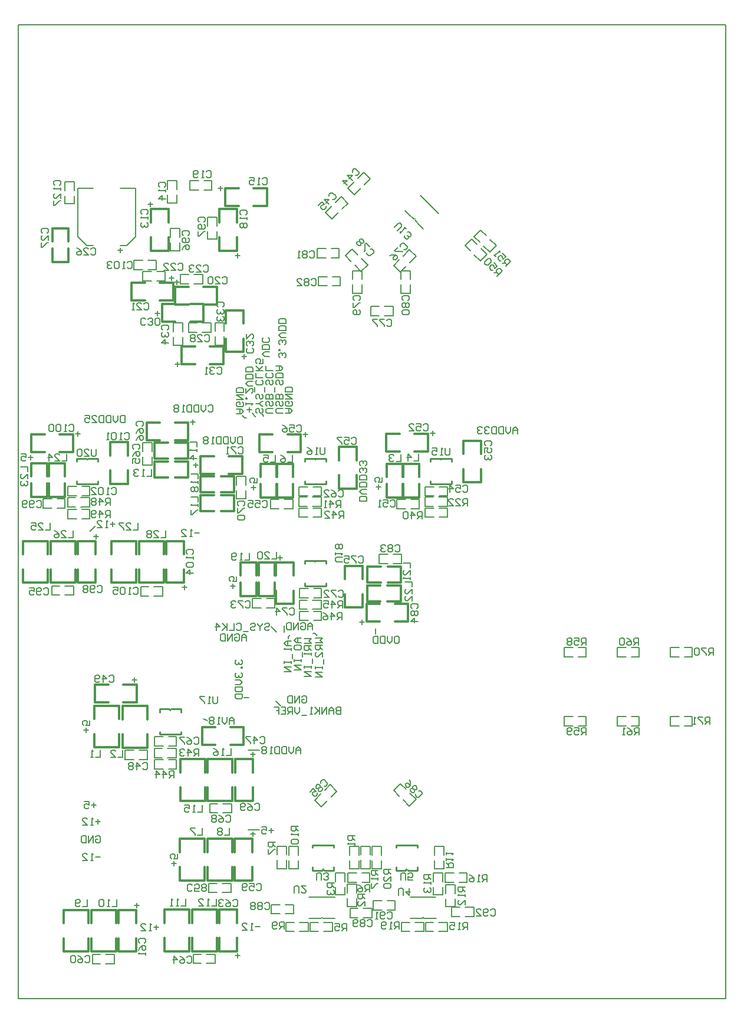
<source format=gbo>
G04 Layer_Color=32896*
%FSLAX25Y25*%
%MOIN*%
G70*
G01*
G75*
%ADD12C,0.01000*%
%ADD48C,0.00800*%
%ADD51C,0.01200*%
D12*
X38260Y305180D02*
G03*
X39540Y305180I640J0D01*
G01*
X238360D02*
G03*
X239640Y305180I640J0D01*
G01*
X167160D02*
G03*
X168440Y305180I640J0D01*
G01*
X85160Y163680D02*
G03*
X86440Y163680I640J0D01*
G01*
X167160Y247480D02*
G03*
X168440Y247480I640J0D01*
G01*
X173040Y72620D02*
G03*
X171760Y72620I-640J0D01*
G01*
X220140D02*
G03*
X218860Y72620I-640J0D01*
G01*
X39540Y305180D02*
X44900D01*
X32900D02*
X38260D01*
X32900Y303440D02*
Y305180D01*
X44900Y303440D02*
Y305180D01*
X32900Y290900D02*
X44900D01*
Y292400D01*
X32900Y290900D02*
Y292400D01*
X239640Y305180D02*
X245000D01*
X233000D02*
X238360D01*
X233000Y303440D02*
Y305180D01*
X245000Y303440D02*
Y305180D01*
X233000Y290900D02*
X245000D01*
Y292400D01*
X233000Y290900D02*
Y292400D01*
X168440Y305180D02*
X173800D01*
X161800D02*
X167160D01*
X161800Y303440D02*
Y305180D01*
X173800Y303440D02*
Y305180D01*
X161800Y290900D02*
X173800D01*
Y292400D01*
X161800Y290900D02*
Y292400D01*
X86440Y163680D02*
X91800D01*
X79800D02*
X85160D01*
X79800Y161940D02*
Y163680D01*
X91800Y161940D02*
Y163680D01*
X79800Y149400D02*
X91800D01*
Y150900D01*
X79800Y149400D02*
Y150900D01*
X168440Y247480D02*
X173800D01*
X161800D02*
X167160D01*
X161800Y245740D02*
Y247480D01*
X173800Y245740D02*
Y247480D01*
X161800Y233200D02*
X173800D01*
Y234700D01*
X161800Y233200D02*
Y234700D01*
X178400Y85400D02*
Y86900D01*
X166400Y85400D02*
Y86900D01*
X178400D01*
X166400Y72620D02*
Y74360D01*
X178400Y72620D02*
Y74360D01*
X173040Y72620D02*
X178400D01*
X166400D02*
X171760D01*
X225500Y85400D02*
Y86900D01*
X213500Y85400D02*
Y86900D01*
X225500D01*
X213500Y72620D02*
Y74360D01*
X225500Y72620D02*
Y74360D01*
X220140Y72620D02*
X225500D01*
X213500D02*
X218860D01*
D48*
X172186Y45403D02*
G03*
X170905Y45403I-640J0D01*
G01*
X229385Y45403D02*
G03*
X228105Y45403I-640J0D01*
G01*
X224319Y439673D02*
G03*
X223414Y440578I-453J453D01*
G01*
X129900Y95474D02*
X136400D01*
X129900Y140600D02*
X136400D01*
X40700Y264300D02*
X43700Y267300D01*
X104600Y158100D02*
X107000Y157000D01*
X202000Y206000D02*
Y209000D01*
X168500Y205000D02*
Y205500D01*
X167500Y206500D02*
X168500Y205500D01*
X166500Y206500D02*
X167500D01*
X152500Y203500D02*
Y204500D01*
X153500Y205500D01*
X18900Y228010D02*
X23400D01*
X18900Y233310D02*
X23400D01*
X26400D02*
X31400D01*
X26400Y228010D02*
X31400D01*
X18900D02*
Y233310D01*
X31400Y228010D02*
Y233310D01*
X69200Y227649D02*
X73700D01*
X69200Y232949D02*
X73700D01*
X76700D02*
X81700D01*
X76700Y227649D02*
X81700D01*
X69200D02*
Y232949D01*
X81700Y227649D02*
Y232949D01*
X244993Y46373D02*
X249493D01*
X244993Y51673D02*
X249493D01*
X252493D02*
X257493D01*
X252493Y46373D02*
X257493D01*
X244993D02*
Y51673D01*
X257493Y46373D02*
Y51673D01*
X208507Y55427D02*
X213007D01*
X208507Y50127D02*
X213007D01*
X200507D02*
X205507D01*
X200507Y55427D02*
X205507D01*
X213007Y50127D02*
Y55427D01*
X200507Y50127D02*
Y55427D01*
X187493Y45773D02*
X191993D01*
X187493Y51073D02*
X191993D01*
X194993D02*
X199993D01*
X194993Y45773D02*
X199993D01*
X187493D02*
Y51073D01*
X199993Y45773D02*
Y51073D01*
X151007Y53327D02*
X155507D01*
X151007Y48027D02*
X155507D01*
X143007D02*
X148007D01*
X143007Y53327D02*
X148007D01*
X155507Y48027D02*
Y53327D01*
X143007Y48027D02*
Y53327D01*
X252430Y425532D02*
X255612Y422350D01*
X256178Y429279D02*
X259360Y426097D01*
X261481Y423976D02*
X265016Y420441D01*
X257733Y420228D02*
X261269Y416693D01*
X252430Y425532D02*
X256178Y429279D01*
X261269Y416693D02*
X265016Y420441D01*
X257650Y430534D02*
X260832Y427352D01*
X261398Y434282D02*
X264580Y431100D01*
X266701Y428978D02*
X270237Y425443D01*
X262954Y425231D02*
X266489Y421695D01*
X257650Y430534D02*
X261398Y434282D01*
X266489Y421695D02*
X270237Y425443D01*
X96300Y376400D02*
X100800D01*
X96300Y381700D02*
X100800D01*
X103800D02*
X108800D01*
X103800Y376400D02*
X108800D01*
X96300D02*
Y381700D01*
X108800Y376400D02*
Y381700D01*
X78400Y410700D02*
X82900D01*
X78400Y405400D02*
X82900D01*
X70400D02*
X75400D01*
X70400Y410700D02*
X75400D01*
X82900Y405400D02*
Y410700D01*
X70400Y405400D02*
Y410700D01*
X91290Y422649D02*
Y427149D01*
X85990Y422649D02*
Y427149D01*
Y430149D02*
Y435149D01*
X91290Y430149D02*
Y435149D01*
X85990Y422649D02*
X91290D01*
X85990Y435149D02*
X91290D01*
X112190Y429149D02*
Y433649D01*
X106890Y429149D02*
Y433649D01*
Y436649D02*
Y441649D01*
X112190Y436649D02*
Y441649D01*
X106890Y429149D02*
X112190D01*
X106890Y441649D02*
X112190D01*
X104900Y462100D02*
X109400D01*
X104900Y456800D02*
X109400D01*
X96900D02*
X101900D01*
X96900Y462100D02*
X101900D01*
X109400Y456800D02*
Y462100D01*
X96900Y456800D02*
Y462100D01*
X89600Y449500D02*
Y454000D01*
X84300Y449500D02*
Y454000D01*
Y457000D02*
Y462000D01*
X89600Y457000D02*
Y462000D01*
X84300Y449500D02*
X89600D01*
X84300Y462000D02*
X89600D01*
X73400Y417100D02*
X77900D01*
X73400Y411800D02*
X77900D01*
X65400D02*
X70400D01*
X65400Y417100D02*
X70400D01*
X77900Y411800D02*
Y417100D01*
X65400Y411800D02*
Y417100D01*
X212000Y251100D02*
X216500D01*
X212000Y245800D02*
X216500D01*
X204000D02*
X209000D01*
X204000Y251100D02*
X209000D01*
X216500Y245800D02*
Y251100D01*
X204000Y245800D02*
Y251100D01*
X111100Y377300D02*
Y381800D01*
X116400Y377300D02*
Y381800D01*
Y369300D02*
Y374300D01*
X111100Y369300D02*
Y374300D01*
Y381800D02*
X116400D01*
X111100Y369300D02*
X116400D01*
X92900D02*
Y373800D01*
X87600Y369300D02*
Y373800D01*
Y376800D02*
Y381800D01*
X92900Y376800D02*
Y381800D01*
X87600Y369300D02*
X92900D01*
X87600Y381800D02*
X92900D01*
X167081Y57572D02*
X176038D01*
X167120Y45403D02*
X170906D01*
X172186D02*
X176069D01*
X178900D01*
X164289D02*
X167120D01*
X176038Y57572D02*
X178869D01*
X164250D02*
X167081D01*
X212213Y117790D02*
X215395Y114608D01*
X215961Y121538D02*
X219143Y118356D01*
X221264Y116234D02*
X224800Y112699D01*
X217517Y112487D02*
X221052Y108951D01*
X212213Y117790D02*
X215961Y121538D01*
X221052Y108951D02*
X224800Y112699D01*
X173094Y117851D02*
X176276Y121033D01*
X176841Y114103D02*
X180023Y117285D01*
X171185Y108447D02*
X174720Y111982D01*
X167437Y112194D02*
X170972Y115730D01*
X176276Y121033D02*
X180023Y117285D01*
X167437Y112194D02*
X171185Y108447D01*
X27900Y277800D02*
X32400D01*
X27900Y283100D02*
X32400D01*
X35400D02*
X40400D01*
X35400Y277800D02*
X40400D01*
X27900D02*
Y283100D01*
X40400Y277800D02*
Y283100D01*
X35900Y276500D02*
X40400D01*
X35900Y271200D02*
X40400D01*
X27900D02*
X32900D01*
X27900Y276500D02*
X32900D01*
X40400Y271200D02*
Y276500D01*
X27900Y271200D02*
Y276500D01*
X21900Y282400D02*
X26400D01*
X21900Y277100D02*
X26400D01*
X13900D02*
X18900D01*
X13900Y282400D02*
X18900D01*
X26400Y277100D02*
Y282400D01*
X13900Y277100D02*
Y282400D01*
X35900Y289500D02*
X40400D01*
X35900Y284200D02*
X40400D01*
X27900D02*
X32900D01*
X27900Y289500D02*
X32900D01*
X40400Y284200D02*
Y289500D01*
X27900Y284200D02*
Y289500D01*
X179301Y449878D02*
X182483Y453060D01*
X183049Y446130D02*
X186230Y449312D01*
X177392Y440473D02*
X180927Y444009D01*
X173644Y444221D02*
X177180Y447757D01*
X182483Y453060D02*
X186230Y449312D01*
X173644Y444221D02*
X177392Y440473D01*
X191901Y463578D02*
X195083Y466760D01*
X195649Y459830D02*
X198830Y463012D01*
X189992Y454173D02*
X193527Y457709D01*
X186244Y457921D02*
X189780Y461457D01*
X195083Y466760D02*
X198830Y463012D01*
X186244Y457921D02*
X189992Y454173D01*
X238000Y277320D02*
X242500D01*
X238000Y272020D02*
X242500D01*
X230000D02*
X235000D01*
X230000Y277320D02*
X235000D01*
X242500Y272020D02*
Y277320D01*
X230000Y272020D02*
Y277320D01*
X238000Y289320D02*
X242500D01*
X238000Y284020D02*
X242500D01*
X230000D02*
X235000D01*
X230000Y289320D02*
X235000D01*
X242500Y284020D02*
Y289320D01*
X230000Y284020D02*
Y289320D01*
Y278120D02*
X234500D01*
X230000Y283420D02*
X234500D01*
X237500D02*
X242500D01*
X237500Y278120D02*
X242500D01*
X230000D02*
Y283420D01*
X242500Y278120D02*
Y283420D01*
X107600Y60000D02*
X112100D01*
X107600Y65300D02*
X112100D01*
X115100D02*
X120100D01*
X115100Y60000D02*
X120100D01*
X107600D02*
Y65300D01*
X120100Y60000D02*
Y65300D01*
X41800Y19900D02*
X46300D01*
X41800Y25200D02*
X46300D01*
X49300D02*
X54300D01*
X49300Y19900D02*
X54300D01*
X41800D02*
Y25200D01*
X54300Y19900D02*
Y25200D01*
X98900Y20000D02*
X103400D01*
X98900Y25300D02*
X103400D01*
X106400D02*
X111400D01*
X106400Y20000D02*
X111400D01*
X98900D02*
Y25300D01*
X111400Y20000D02*
Y25300D01*
X75600Y301500D02*
Y306000D01*
X70300Y301500D02*
Y306000D01*
Y309000D02*
Y314000D01*
X75600Y309000D02*
Y314000D01*
X70300Y301500D02*
X75600D01*
X70300Y314000D02*
X75600D01*
X108100Y105000D02*
X112600D01*
X108100Y110300D02*
X112600D01*
X115600D02*
X120600D01*
X115600Y105000D02*
X120600D01*
X108100D02*
Y110300D01*
X120600Y105000D02*
Y110300D01*
X128600Y282500D02*
Y287000D01*
X123300Y282500D02*
Y287000D01*
Y290000D02*
Y295000D01*
X128600Y290000D02*
Y295000D01*
X123300Y282500D02*
X128600D01*
X123300Y295000D02*
X128600D01*
X158600Y278120D02*
X163100D01*
X158600Y283420D02*
X163100D01*
X166100D02*
X171100D01*
X166100Y278120D02*
X171100D01*
X158600D02*
Y283420D01*
X171100Y278120D02*
Y283420D01*
X166600Y289320D02*
X171100D01*
X166600Y284020D02*
X171100D01*
X158600D02*
X163600D01*
X158600Y289320D02*
X163600D01*
X171100Y284020D02*
Y289320D01*
X158600Y284020D02*
Y289320D01*
X166600Y277320D02*
X171100D01*
X166600Y272020D02*
X171100D01*
X158600D02*
X163600D01*
X158600Y277320D02*
X163600D01*
X171100Y272020D02*
Y277320D01*
X158600Y272020D02*
Y277320D01*
X142600Y276920D02*
X147100D01*
X142600Y282220D02*
X147100D01*
X150100D02*
X155100D01*
X150100Y276920D02*
X155100D01*
X142600D02*
Y282220D01*
X155100Y276920D02*
Y282220D01*
X222000D02*
X226500D01*
X222000Y276920D02*
X226500D01*
X214000D02*
X219000D01*
X214000Y282220D02*
X219000D01*
X226500Y276920D02*
Y282220D01*
X214000Y276920D02*
Y282220D01*
X84800Y148000D02*
X89300D01*
X84800Y142700D02*
X89300D01*
X76800D02*
X81800D01*
X76800Y148000D02*
X81800D01*
X89300Y142700D02*
Y148000D01*
X76800Y142700D02*
Y148000D01*
Y136300D02*
X81300D01*
X76800Y141600D02*
X81300D01*
X84300D02*
X89300D01*
X84300Y136300D02*
X89300D01*
X76800D02*
Y141600D01*
X89300Y136300D02*
Y141600D01*
X68300Y140400D02*
X72800D01*
X68300Y135100D02*
X72800D01*
X60300D02*
X65300D01*
X60300Y140400D02*
X65300D01*
X72800Y135100D02*
Y140400D01*
X60300Y135100D02*
Y140400D01*
X84800Y135000D02*
X89300D01*
X84800Y129700D02*
X89300D01*
X76800D02*
X81800D01*
X76800Y135000D02*
X81800D01*
X89300Y129700D02*
Y135000D01*
X76800Y129700D02*
Y135000D01*
X140400Y226220D02*
X144900D01*
X140400Y220920D02*
X144900D01*
X132400D02*
X137400D01*
X132400Y226220D02*
X137400D01*
X144900Y220920D02*
Y226220D01*
X132400Y220920D02*
Y226220D01*
X166900Y231720D02*
X171400D01*
X166900Y226420D02*
X171400D01*
X158900D02*
X163900D01*
X158900Y231720D02*
X163900D01*
X171400Y226420D02*
Y231720D01*
X158900Y226420D02*
Y231720D01*
Y220020D02*
X163400D01*
X158900Y225320D02*
X163400D01*
X166400D02*
X171400D01*
X166400Y220020D02*
X171400D01*
X158900D02*
Y225320D01*
X171400Y220020D02*
Y225320D01*
X193600Y73500D02*
X198900D01*
X193600Y86000D02*
X198900D01*
X193600Y73500D02*
Y78500D01*
X198900Y73500D02*
Y78500D01*
Y81500D02*
Y86000D01*
X193600Y81500D02*
Y86000D01*
X235200D02*
X240500D01*
X235200Y73500D02*
X240500D01*
Y81000D02*
Y86000D01*
X235200Y81000D02*
Y86000D01*
Y73500D02*
Y78000D01*
X240500Y73500D02*
Y78000D01*
X229100Y38000D02*
Y43300D01*
X216600Y38000D02*
Y43300D01*
X224100Y38000D02*
X229100D01*
X224100Y43300D02*
X229100D01*
X216600D02*
X221100D01*
X216600Y38000D02*
X221100D01*
X241100Y65800D02*
Y71100D01*
X253600Y65800D02*
Y71100D01*
X241100D02*
X246100D01*
X241100Y65800D02*
X246100D01*
X249100D02*
X253600D01*
X249100Y71100D02*
X253600D01*
X242700Y38000D02*
Y43300D01*
X230200Y38000D02*
Y43300D01*
X237700Y38000D02*
X242700D01*
X237700Y43300D02*
X242700D01*
X230200D02*
X234700D01*
X230200Y38000D02*
X234700D01*
X234500Y71200D02*
X239800D01*
X234500Y58700D02*
X239800D01*
Y66200D02*
Y71200D01*
X234500Y66200D02*
Y71200D01*
Y58700D02*
Y63200D01*
X239800Y58700D02*
Y63200D01*
X241600Y64600D02*
X246900D01*
X241600Y52100D02*
X246900D01*
Y59600D02*
Y64600D01*
X241600Y59600D02*
Y64600D01*
Y52100D02*
Y56600D01*
X246900Y52100D02*
Y56600D01*
X186100Y65900D02*
Y71200D01*
X198600Y65900D02*
Y71200D01*
X186100D02*
X191100D01*
X186100Y65900D02*
X191100D01*
X194100D02*
X198600D01*
X194100Y71200D02*
X198600D01*
X177500Y38000D02*
Y43300D01*
X165000Y38000D02*
Y43300D01*
X172500Y38000D02*
X177500D01*
X172500Y43300D02*
X177500D01*
X165000D02*
X169500D01*
X165000Y38000D02*
X169500D01*
X179300Y71300D02*
X184600D01*
X179300Y58800D02*
X184600D01*
Y66300D02*
Y71300D01*
X179300Y66300D02*
Y71300D01*
Y58800D02*
Y63300D01*
X184600Y58800D02*
Y63300D01*
X185800Y64700D02*
X191100D01*
X185800Y52200D02*
X191100D01*
Y59700D02*
Y64700D01*
X185800Y59700D02*
Y64700D01*
Y52200D02*
Y56700D01*
X191100Y52200D02*
Y56700D01*
X187300Y86000D02*
X192600D01*
X187300Y73500D02*
X192600D01*
Y81000D02*
Y86000D01*
X187300Y81000D02*
Y86000D01*
Y73500D02*
Y78000D01*
X192600Y73500D02*
Y78000D01*
X152900Y86100D02*
X158200D01*
X152900Y73600D02*
X158200D01*
Y81100D02*
Y86100D01*
X152900Y81100D02*
Y86100D01*
Y73600D02*
Y78100D01*
X158200Y73600D02*
Y78100D01*
X199900Y86000D02*
X205200D01*
X199900Y73500D02*
X205200D01*
Y81000D02*
Y86000D01*
X199900Y81000D02*
Y86000D01*
Y73500D02*
Y78000D01*
X205200Y73500D02*
Y78000D01*
X221450Y57572D02*
X224281D01*
X233238D02*
X236069D01*
X221489Y45403D02*
X224320D01*
X233269D02*
X236100D01*
X229386D02*
X233269D01*
X224320D02*
X228106D01*
X224281Y57572D02*
X233238D01*
X229315Y451888D02*
X235648Y445555D01*
X220738Y443255D02*
X223414Y440578D01*
X224319Y439673D02*
X227065Y436927D01*
X229067Y434926D01*
X218736Y445257D02*
X220738Y443255D01*
X235648Y445555D02*
X237650Y443553D01*
X227313Y453890D02*
X229315Y451888D01*
X163900Y38000D02*
Y43300D01*
X151400Y38000D02*
Y43300D01*
X158900Y38000D02*
X163900D01*
X158900Y43300D02*
X163900D01*
X151400D02*
X155900D01*
X151400Y38000D02*
X155900D01*
X146400Y73600D02*
X151700D01*
X146400Y86100D02*
X151700D01*
X146400Y73600D02*
Y78600D01*
X151700Y73600D02*
Y78600D01*
Y81600D02*
Y86100D01*
X146400Y81600D02*
Y86100D01*
X216310Y398551D02*
X221610D01*
X216310Y411051D02*
X221610D01*
X216310Y398551D02*
Y403551D01*
X221610Y398551D02*
Y403551D01*
Y406551D02*
Y411051D01*
X216310Y406551D02*
Y411051D01*
X188990Y398551D02*
X194290D01*
X188990Y411051D02*
X194290D01*
X188990Y398551D02*
Y403551D01*
X194290Y398551D02*
Y403551D01*
Y406551D02*
Y411051D01*
X188990Y406551D02*
Y411051D01*
X220998Y423076D02*
X224746Y419328D01*
X212159Y414237D02*
X215907Y410489D01*
X221210Y415792D02*
X224746Y419328D01*
X217463Y419540D02*
X220998Y423076D01*
X212159Y414237D02*
X215341Y417419D01*
X215907Y410489D02*
X219089Y413671D01*
X193730Y410834D02*
X197478Y414581D01*
X184891Y419673D02*
X188639Y423420D01*
X190195Y414369D02*
X193730Y410834D01*
X193942Y418117D02*
X197478Y414581D01*
X188639Y423420D02*
X191821Y420238D01*
X184891Y419673D02*
X188073Y416491D01*
X211749Y385910D02*
Y391210D01*
X199249Y385910D02*
Y391210D01*
X206749Y385910D02*
X211749D01*
X206749Y391210D02*
X211749D01*
X199249D02*
X203749D01*
X199249Y385910D02*
X203749D01*
X169551Y402690D02*
Y407990D01*
X182051Y402690D02*
Y407990D01*
X169551D02*
X174551D01*
X169551Y402690D02*
X174551D01*
X177551D02*
X182051D01*
X177551Y407990D02*
X182051D01*
X168751Y418490D02*
Y423790D01*
X181251Y418490D02*
Y423790D01*
X168751D02*
X173751D01*
X168751Y418490D02*
X173751D01*
X176751D02*
X181251D01*
X176751Y423790D02*
X181251D01*
X91700Y403700D02*
X96200D01*
X91700Y409000D02*
X96200D01*
X99200D02*
X104200D01*
X99200Y403700D02*
X104200D01*
X91700D02*
Y409000D01*
X104200Y403700D02*
Y409000D01*
X145600Y168100D02*
Y168200D01*
Y168100D02*
X148200Y165500D01*
X143000Y210100D02*
X146000Y207100D01*
X150200Y207000D02*
Y210700D01*
X132100Y330700D02*
X132200D01*
X134000Y328900D01*
X137700Y330000D02*
X137900D01*
X138600Y329300D01*
X127800Y328300D02*
X129000D01*
X126600Y329500D02*
X127800Y328300D01*
X127700Y170100D02*
X130100D01*
X338500Y154300D02*
Y159600D01*
X351000Y154300D02*
Y159600D01*
X338500D02*
X343500D01*
X338500Y154300D02*
X343500D01*
X346500D02*
X351000D01*
X346500Y159600D02*
X351000D01*
X338500Y193300D02*
Y198600D01*
X351000Y193300D02*
Y198600D01*
X338500D02*
X343500D01*
X338500Y193300D02*
X343500D01*
X346500D02*
X351000D01*
X346500Y198600D02*
X351000D01*
X308500Y154300D02*
Y159600D01*
X321000Y154300D02*
Y159600D01*
X308500D02*
X313500D01*
X308500Y154300D02*
X313500D01*
X316500D02*
X321000D01*
X316500Y159600D02*
X321000D01*
X308500Y193300D02*
Y198600D01*
X321000Y193300D02*
Y198600D01*
X308500D02*
X313500D01*
X308500Y193300D02*
X313500D01*
X316500D02*
X321000D01*
X316500Y198600D02*
X321000D01*
X158751Y213690D02*
Y218990D01*
X171251Y213690D02*
Y218990D01*
X158751D02*
X163751D01*
X158751Y213690D02*
X163751D01*
X166751D02*
X171251D01*
X166751Y218990D02*
X171251D01*
X26300Y461500D02*
X31600D01*
X26300Y449000D02*
X31600D01*
Y456500D02*
Y461500D01*
X26300Y456500D02*
Y461500D01*
Y449000D02*
Y453500D01*
X31600Y449000D02*
Y453500D01*
X368500Y193300D02*
Y198600D01*
X381000Y193300D02*
Y198600D01*
X368500D02*
X373500D01*
X368500Y193300D02*
X373500D01*
X376500D02*
X381000D01*
X376500Y198600D02*
X381000D01*
X368500Y154300D02*
Y159600D01*
X381000Y154300D02*
Y159600D01*
X368500D02*
X373500D01*
X368500Y154300D02*
X373500D01*
X376500D02*
X381000D01*
X376500Y159600D02*
X381000D01*
X33661Y430339D02*
X36600Y427400D01*
X38600Y425400D01*
X33661Y430339D02*
Y457900D01*
X42400D01*
X38600Y425400D02*
X42400D01*
X57600D02*
X61400D01*
X57600Y457900D02*
X66339D01*
Y430339D02*
Y457900D01*
X61400Y425400D02*
X63400Y427400D01*
X66339Y430339D01*
X83250Y264659D02*
Y260660D01*
X80584D01*
X76586D02*
X79251D01*
X76586Y263326D01*
Y263993D01*
X77252Y264659D01*
X78585D01*
X79251Y263993D01*
X75253D02*
X74586Y264659D01*
X73253D01*
X72587Y263993D01*
Y263326D01*
X73253Y262660D01*
X72587Y261993D01*
Y261327D01*
X73253Y260660D01*
X74586D01*
X75253Y261327D01*
Y261993D01*
X74586Y262660D01*
X75253Y263326D01*
Y263993D01*
X74586Y262660D02*
X73253D01*
X67552Y268739D02*
Y264740D01*
X64887D01*
X60888D02*
X63554D01*
X60888Y267406D01*
Y268072D01*
X61554Y268739D01*
X62887D01*
X63554Y268072D01*
X59555Y268739D02*
X56889D01*
Y268072D01*
X59555Y265406D01*
Y264740D01*
X30950Y264459D02*
Y260460D01*
X28284D01*
X24285D02*
X26951D01*
X24285Y263126D01*
Y263792D01*
X24952Y264459D01*
X26285D01*
X26951Y263792D01*
X20287Y264459D02*
X21620Y263792D01*
X22953Y262460D01*
Y261127D01*
X22286Y260460D01*
X20953D01*
X20287Y261127D01*
Y261793D01*
X20953Y262460D01*
X22953D01*
X17752Y268938D02*
Y264940D01*
X15087D01*
X11088D02*
X13754D01*
X11088Y267606D01*
Y268272D01*
X11754Y268938D01*
X13087D01*
X13754Y268272D01*
X7089Y268938D02*
X9755D01*
Y266939D01*
X8422Y267606D01*
X7756D01*
X7089Y266939D01*
Y265606D01*
X7756Y264940D01*
X9088D01*
X9755Y265606D01*
X65025Y231872D02*
X65692Y232539D01*
X67024D01*
X67691Y231872D01*
Y229206D01*
X67024Y228540D01*
X65692D01*
X65025Y229206D01*
X63692Y228540D02*
X62359D01*
X63026D01*
Y232539D01*
X63692Y231872D01*
X60360D02*
X59694Y232539D01*
X58361D01*
X57694Y231872D01*
Y229206D01*
X58361Y228540D01*
X59694D01*
X60360Y229206D01*
Y231872D01*
X53695Y232539D02*
X56361D01*
Y230539D01*
X55028Y231206D01*
X54362D01*
X53695Y230539D01*
Y229206D01*
X54362Y228540D01*
X55695D01*
X56361Y229206D01*
X95668Y251134D02*
X95001Y251801D01*
Y253134D01*
X95668Y253800D01*
X98334D01*
X99000Y253134D01*
Y251801D01*
X98334Y251134D01*
X99000Y249801D02*
Y248468D01*
Y249135D01*
X95001D01*
X95668Y249801D01*
Y246469D02*
X95001Y245803D01*
Y244470D01*
X95668Y243803D01*
X98334D01*
X99000Y244470D01*
Y245803D01*
X98334Y246469D01*
X95668D01*
X99000Y240471D02*
X95001D01*
X97001Y242470D01*
Y239805D01*
X44484Y232772D02*
X45151Y233438D01*
X46483D01*
X47150Y232772D01*
Y230106D01*
X46483Y229440D01*
X45151D01*
X44484Y230106D01*
X43151D02*
X42485Y229440D01*
X41152D01*
X40486Y230106D01*
Y232772D01*
X41152Y233438D01*
X42485D01*
X43151Y232772D01*
Y232106D01*
X42485Y231439D01*
X40486D01*
X39153Y232772D02*
X38486Y233438D01*
X37153D01*
X36487Y232772D01*
Y232106D01*
X37153Y231439D01*
X36487Y230773D01*
Y230106D01*
X37153Y229440D01*
X38486D01*
X39153Y230106D01*
Y230773D01*
X38486Y231439D01*
X39153Y232106D01*
Y232772D01*
X38486Y231439D02*
X37153D01*
X14284Y231572D02*
X14951Y232239D01*
X16284D01*
X16950Y231572D01*
Y228906D01*
X16284Y228240D01*
X14951D01*
X14284Y228906D01*
X12951D02*
X12285Y228240D01*
X10952D01*
X10285Y228906D01*
Y231572D01*
X10952Y232239D01*
X12285D01*
X12951Y231572D01*
Y230906D01*
X12285Y230239D01*
X10285D01*
X6287Y232239D02*
X8953D01*
Y230239D01*
X7620Y230906D01*
X6953D01*
X6287Y230239D01*
Y228906D01*
X6953Y228240D01*
X8286D01*
X8953Y228906D01*
X270685Y408219D02*
X273513Y411047D01*
X272099Y412460D01*
X271157D01*
X270214Y411518D01*
Y410575D01*
X271628Y409162D01*
X270685Y410104D02*
X268800D01*
Y415759D02*
X270685Y413874D01*
X269271Y412460D01*
X268800Y413874D01*
X268329Y414345D01*
X267387D01*
X266444Y413403D01*
Y412460D01*
X267387Y411518D01*
X268329D01*
X267387Y416230D02*
Y417173D01*
X266444Y418115D01*
X265501D01*
X263616Y416230D01*
Y415288D01*
X264559Y414345D01*
X265501D01*
X267387Y416230D01*
X275427Y413664D02*
X278254Y416492D01*
X276840Y417906D01*
X275898D01*
X274955Y416963D01*
Y416020D01*
X276369Y414607D01*
X275427Y415549D02*
X273542D01*
Y421204D02*
X275427Y419319D01*
X274013Y417906D01*
X273542Y419319D01*
X273070Y419791D01*
X272128D01*
X271185Y418848D01*
Y417906D01*
X272128Y416963D01*
X273070D01*
X269772Y419319D02*
X268829Y420262D01*
X269300Y419791D01*
X272128Y422618D01*
Y421675D01*
X218651Y235350D02*
X222650D01*
Y232684D01*
Y228685D02*
Y231351D01*
X219984Y228685D01*
X219318D01*
X218651Y229352D01*
Y230685D01*
X219318Y231351D01*
X222650Y224687D02*
Y227353D01*
X219984Y224687D01*
X219318D01*
X218651Y225353D01*
Y226686D01*
X219318Y227353D01*
X217651Y246050D02*
X221650D01*
Y243384D01*
Y239386D02*
Y242051D01*
X218984Y239386D01*
X218318D01*
X217651Y240052D01*
Y241385D01*
X218318Y242051D01*
X221650Y238053D02*
Y236720D01*
Y237386D01*
X217651D01*
X218318Y238053D01*
X222418Y220484D02*
X221751Y221151D01*
Y222484D01*
X222418Y223150D01*
X225084D01*
X225750Y222484D01*
Y221151D01*
X225084Y220484D01*
X222418Y219151D02*
X221751Y218485D01*
Y217152D01*
X222418Y216486D01*
X223084D01*
X223751Y217152D01*
X224417Y216486D01*
X225084D01*
X225750Y217152D01*
Y218485D01*
X225084Y219151D01*
X224417D01*
X223751Y218485D01*
X223084Y219151D01*
X222418D01*
X223751Y218485D02*
Y217152D01*
X225750Y213153D02*
X221751D01*
X223751Y215153D01*
Y212487D01*
X212884Y255682D02*
X213551Y256349D01*
X214884D01*
X215550Y255682D01*
Y253016D01*
X214884Y252350D01*
X213551D01*
X212884Y253016D01*
X211551Y255682D02*
X210885Y256349D01*
X209552D01*
X208886Y255682D01*
Y255016D01*
X209552Y254349D01*
X208886Y253683D01*
Y253016D01*
X209552Y252350D01*
X210885D01*
X211551Y253016D01*
Y253683D01*
X210885Y254349D01*
X211551Y255016D01*
Y255682D01*
X210885Y254349D02*
X209552D01*
X207553Y255682D02*
X206886Y256349D01*
X205553D01*
X204887Y255682D01*
Y255016D01*
X205553Y254349D01*
X206220D01*
X205553D01*
X204887Y253683D01*
Y253016D01*
X205553Y252350D01*
X206886D01*
X207553Y253016D01*
X61684Y415882D02*
X62351Y416549D01*
X63684D01*
X64350Y415882D01*
Y413216D01*
X63684Y412550D01*
X62351D01*
X61684Y413216D01*
X60351Y412550D02*
X59018D01*
X59685D01*
Y416549D01*
X60351Y415882D01*
X57019D02*
X56353Y416549D01*
X55020D01*
X54353Y415882D01*
Y413216D01*
X55020Y412550D01*
X56353D01*
X57019Y413216D01*
Y415882D01*
X53020D02*
X52354Y416549D01*
X51021D01*
X50354Y415882D01*
Y415216D01*
X51021Y414549D01*
X51687D01*
X51021D01*
X50354Y413883D01*
Y413216D01*
X51021Y412550D01*
X52354D01*
X53020Y413216D01*
X155948Y59686D02*
Y63019D01*
X156615Y63685D01*
X157948D01*
X158614Y63019D01*
Y59686D01*
X162613Y63685D02*
X159947D01*
X162613Y61019D01*
Y60353D01*
X161946Y59686D01*
X160613D01*
X159947Y60353D01*
X43850Y310649D02*
Y307316D01*
X43184Y306650D01*
X41851D01*
X41184Y307316D01*
Y310649D01*
X37185Y306650D02*
X39851D01*
X37185Y309316D01*
Y309982D01*
X37852Y310649D01*
X39185D01*
X39851Y309982D01*
X35853D02*
X35186Y310649D01*
X33853D01*
X33187Y309982D01*
Y307316D01*
X33853Y306650D01*
X35186D01*
X35853Y307316D01*
Y309982D01*
X51950Y271750D02*
Y275749D01*
X49951D01*
X49284Y275082D01*
Y273749D01*
X49951Y273083D01*
X51950D01*
X50617D02*
X49284Y271750D01*
X45952D02*
Y275749D01*
X47951Y273749D01*
X45285D01*
X43953Y272416D02*
X43286Y271750D01*
X41953D01*
X41287Y272416D01*
Y275082D01*
X41953Y275749D01*
X43286D01*
X43953Y275082D01*
Y274416D01*
X43286Y273749D01*
X41287D01*
X51950Y278750D02*
Y282749D01*
X49951D01*
X49284Y282082D01*
Y280749D01*
X49951Y280083D01*
X51950D01*
X50617D02*
X49284Y278750D01*
X45952D02*
Y282749D01*
X47951Y280749D01*
X45285D01*
X43953Y282082D02*
X43286Y282749D01*
X41953D01*
X41287Y282082D01*
Y281416D01*
X41953Y280749D01*
X41287Y280083D01*
Y279416D01*
X41953Y278750D01*
X43286D01*
X43953Y279416D01*
Y280083D01*
X43286Y280749D01*
X43953Y281416D01*
Y282082D01*
X43286Y280749D02*
X41953D01*
X27250Y307949D02*
Y303950D01*
X24584D01*
X20585D02*
X23251D01*
X20585Y306616D01*
Y307282D01*
X21252Y307949D01*
X22585D01*
X23251Y307282D01*
X17253Y303950D02*
Y307949D01*
X19253Y305949D01*
X16587D01*
X1351Y300490D02*
X5350D01*
Y297824D01*
Y293826D02*
Y296491D01*
X2684Y293826D01*
X2018D01*
X1351Y294492D01*
Y295825D01*
X2018Y296491D01*
Y292493D02*
X1351Y291826D01*
Y290493D01*
X2018Y289827D01*
X2684D01*
X3351Y290493D01*
Y291160D01*
Y290493D01*
X4017Y289827D01*
X4684D01*
X5350Y290493D01*
Y291826D01*
X4684Y292493D01*
X52604Y288262D02*
X53271Y288929D01*
X54603D01*
X55270Y288262D01*
Y285596D01*
X54603Y284930D01*
X53271D01*
X52604Y285596D01*
X51271Y284930D02*
X49938D01*
X50605D01*
Y288929D01*
X51271Y288262D01*
X47939D02*
X47273Y288929D01*
X45940D01*
X45273Y288262D01*
Y285596D01*
X45940Y284930D01*
X47273D01*
X47939Y285596D01*
Y288262D01*
X41274Y284930D02*
X43940D01*
X41274Y287596D01*
Y288262D01*
X41941Y288929D01*
X43274D01*
X43940Y288262D01*
X59884Y319282D02*
X60551Y319949D01*
X61884D01*
X62550Y319282D01*
Y316616D01*
X61884Y315950D01*
X60551D01*
X59884Y316616D01*
X58551Y315950D02*
X57218D01*
X57885D01*
Y319949D01*
X58551Y319282D01*
X55219D02*
X54553Y319949D01*
X53220D01*
X52553Y319282D01*
Y316616D01*
X53220Y315950D01*
X54553D01*
X55219Y316616D01*
Y319282D01*
X51220Y315950D02*
X49887D01*
X50554D01*
Y319949D01*
X51220Y319282D01*
X28434Y323732D02*
X29101Y324399D01*
X30434D01*
X31100Y323732D01*
Y321066D01*
X30434Y320400D01*
X29101D01*
X28434Y321066D01*
X27101Y320400D02*
X25768D01*
X26435D01*
Y324399D01*
X27101Y323732D01*
X23769D02*
X23103Y324399D01*
X21770D01*
X21103Y323732D01*
Y321066D01*
X21770Y320400D01*
X23103D01*
X23769Y321066D01*
Y323732D01*
X19770D02*
X19104Y324399D01*
X17771D01*
X17105Y323732D01*
Y321066D01*
X17771Y320400D01*
X19104D01*
X19770Y321066D01*
Y323732D01*
X10284Y280982D02*
X10951Y281649D01*
X12284D01*
X12950Y280982D01*
Y278316D01*
X12284Y277650D01*
X10951D01*
X10284Y278316D01*
X8951D02*
X8285Y277650D01*
X6952D01*
X6285Y278316D01*
Y280982D01*
X6952Y281649D01*
X8285D01*
X8951Y280982D01*
Y280316D01*
X8285Y279649D01*
X6285D01*
X4953Y278316D02*
X4286Y277650D01*
X2953D01*
X2287Y278316D01*
Y280982D01*
X2953Y281649D01*
X4286D01*
X4953Y280982D01*
Y280316D01*
X4286Y279649D01*
X2287D01*
X102228Y438735D02*
X101561Y439402D01*
Y440735D01*
X102228Y441401D01*
X104894D01*
X105560Y440735D01*
Y439402D01*
X104894Y438735D01*
Y437402D02*
X105560Y436736D01*
Y435403D01*
X104894Y434737D01*
X102228D01*
X101561Y435403D01*
Y436736D01*
X102228Y437402D01*
X102894D01*
X103561Y436736D01*
Y434737D01*
X101561Y433404D02*
Y430738D01*
X102228D01*
X104894Y433404D01*
X105560D01*
X93128Y431235D02*
X92462Y431902D01*
Y433235D01*
X93128Y433901D01*
X95794D01*
X96460Y433235D01*
Y431902D01*
X95794Y431235D01*
Y429903D02*
X96460Y429236D01*
Y427903D01*
X95794Y427237D01*
X93128D01*
X92462Y427903D01*
Y429236D01*
X93128Y429903D01*
X93794D01*
X94461Y429236D01*
Y427237D01*
X92462Y423238D02*
X93128Y424571D01*
X94461Y425904D01*
X95794D01*
X96460Y425237D01*
Y423904D01*
X95794Y423238D01*
X95127D01*
X94461Y423904D01*
Y425904D01*
X266891Y50209D02*
X267558Y50876D01*
X268891D01*
X269557Y50209D01*
Y47543D01*
X268891Y46877D01*
X267558D01*
X266891Y47543D01*
X265558D02*
X264892Y46877D01*
X263559D01*
X262893Y47543D01*
Y50209D01*
X263559Y50876D01*
X264892D01*
X265558Y50209D01*
Y49543D01*
X264892Y48876D01*
X262893D01*
X258894Y46877D02*
X261560D01*
X258894Y49543D01*
Y50209D01*
X259560Y50876D01*
X260893D01*
X261560Y50209D01*
X208691Y48509D02*
X209358Y49176D01*
X210691D01*
X211357Y48509D01*
Y45843D01*
X210691Y45177D01*
X209358D01*
X208691Y45843D01*
X207358D02*
X206692Y45177D01*
X205359D01*
X204693Y45843D01*
Y48509D01*
X205359Y49176D01*
X206692D01*
X207358Y48509D01*
Y47843D01*
X206692Y47176D01*
X204693D01*
X203360Y45177D02*
X202027D01*
X202693D01*
Y49176D01*
X203360Y48509D01*
X197191Y44009D02*
X197858Y44675D01*
X199191D01*
X199857Y44009D01*
Y41343D01*
X199191Y40677D01*
X197858D01*
X197191Y41343D01*
X195858Y44009D02*
X195192Y44675D01*
X193859D01*
X193193Y44009D01*
Y43343D01*
X193859Y42676D01*
X193193Y42010D01*
Y41343D01*
X193859Y40677D01*
X195192D01*
X195858Y41343D01*
Y42010D01*
X195192Y42676D01*
X195858Y43343D01*
Y44009D01*
X195192Y42676D02*
X193859D01*
X191860Y41343D02*
X191193Y40677D01*
X189860D01*
X189194Y41343D01*
Y44009D01*
X189860Y44675D01*
X191193D01*
X191860Y44009D01*
Y43343D01*
X191193Y42676D01*
X189194D01*
X139291Y53909D02*
X139958Y54576D01*
X141291D01*
X141957Y53909D01*
Y51243D01*
X141291Y50577D01*
X139958D01*
X139291Y51243D01*
X137958Y53909D02*
X137292Y54576D01*
X135959D01*
X135293Y53909D01*
Y53243D01*
X135959Y52576D01*
X135293Y51910D01*
Y51243D01*
X135959Y50577D01*
X137292D01*
X137958Y51243D01*
Y51910D01*
X137292Y52576D01*
X137958Y53243D01*
Y53909D01*
X137292Y52576D02*
X135959D01*
X133960Y53909D02*
X133293Y54576D01*
X131960D01*
X131294Y53909D01*
Y53243D01*
X131960Y52576D01*
X131294Y51910D01*
Y51243D01*
X131960Y50577D01*
X133293D01*
X133960Y51243D01*
Y51910D01*
X133293Y52576D01*
X133960Y53243D01*
Y53909D01*
X133293Y52576D02*
X131960D01*
X226338Y117568D02*
X227280D01*
X228223Y116625D01*
Y115683D01*
X226338Y113798D01*
X225395D01*
X224453Y114740D01*
Y115683D01*
X225395Y118510D02*
Y119453D01*
X224453Y120395D01*
X223510D01*
X223039Y119924D01*
Y118981D01*
X222096D01*
X221625Y118510D01*
Y117568D01*
X222568Y116625D01*
X223510D01*
X223981Y117096D01*
Y118039D01*
X224924D01*
X225395Y118510D01*
X223981Y118039D02*
X223039Y118981D01*
X221154Y123694D02*
X221625Y122280D01*
X221625Y120395D01*
X220683Y119453D01*
X219740D01*
X218798Y120395D01*
Y121338D01*
X219269Y121809D01*
X220212D01*
X221625Y120395D01*
X170918Y121984D02*
Y122927D01*
X171861Y123869D01*
X172803D01*
X174688Y121984D01*
Y121042D01*
X173746Y120099D01*
X172803D01*
X169976Y121042D02*
X169033D01*
X168091Y120099D01*
Y119157D01*
X168562Y118685D01*
X169504D01*
Y117743D01*
X169976Y117272D01*
X170918D01*
X171861Y118214D01*
Y119157D01*
X171389Y119628D01*
X170447D01*
Y120570D01*
X169976Y121042D01*
X170447Y119628D02*
X169504Y118685D01*
X164792Y116800D02*
X166677Y118685D01*
X168091Y117272D01*
X166677Y116800D01*
X166206Y116329D01*
Y115387D01*
X167148Y114444D01*
X168091D01*
X169033Y115387D01*
Y116329D01*
X228350Y271070D02*
Y275069D01*
X226351D01*
X225684Y274402D01*
Y273069D01*
X226351Y272403D01*
X228350D01*
X227017D02*
X225684Y271070D01*
X222352D02*
Y275069D01*
X224351Y273069D01*
X221686D01*
X220353Y274402D02*
X219686Y275069D01*
X218353D01*
X217687Y274402D01*
Y271737D01*
X218353Y271070D01*
X219686D01*
X220353Y271737D01*
Y274402D01*
X251384Y289402D02*
X252051Y290069D01*
X253384D01*
X254050Y289402D01*
Y286736D01*
X253384Y286070D01*
X252051D01*
X251384Y286736D01*
X247386Y290069D02*
X250051D01*
Y288069D01*
X248718Y288736D01*
X248052D01*
X247386Y288069D01*
Y286736D01*
X248052Y286070D01*
X249385D01*
X250051Y286736D01*
X244053Y286070D02*
Y290069D01*
X246053Y288069D01*
X243387D01*
X264098Y312584D02*
X263431Y313251D01*
Y314584D01*
X264098Y315250D01*
X266763D01*
X267430Y314584D01*
Y313251D01*
X266763Y312584D01*
X263431Y308586D02*
Y311251D01*
X265431D01*
X264764Y309918D01*
Y309252D01*
X265431Y308586D01*
X266763D01*
X267430Y309252D01*
Y310585D01*
X266763Y311251D01*
X264098Y307253D02*
X263431Y306586D01*
Y305253D01*
X264098Y304587D01*
X264764D01*
X265431Y305253D01*
Y305920D01*
Y305253D01*
X266097Y304587D01*
X266763D01*
X267430Y305253D01*
Y306586D01*
X266763Y307253D01*
X243850Y311249D02*
Y307916D01*
X243184Y307250D01*
X241851D01*
X241184Y307916D01*
Y311249D01*
X239851Y307250D02*
X238518D01*
X239185D01*
Y311249D01*
X239851Y310582D01*
X233853Y311249D02*
X236519D01*
Y309249D01*
X235186Y309916D01*
X234520D01*
X233853Y309249D01*
Y307916D01*
X234520Y307250D01*
X235853D01*
X236519Y307916D01*
X253949Y278389D02*
Y282387D01*
X251950D01*
X251283Y281721D01*
Y280388D01*
X251950Y279721D01*
X253949D01*
X252616D02*
X251283Y278389D01*
X247284D02*
X249950D01*
X247284Y281054D01*
Y281721D01*
X247951Y282387D01*
X249284D01*
X249950Y281721D01*
X243286Y278389D02*
X245951D01*
X243286Y281054D01*
Y281721D01*
X243952Y282387D01*
X245285D01*
X245951Y281721D01*
X145750Y252469D02*
Y248470D01*
X143084D01*
X139085D02*
X141751D01*
X139085Y251136D01*
Y251802D01*
X139752Y252469D01*
X141085D01*
X141751Y251802D01*
X137753D02*
X137086Y252469D01*
X135753D01*
X135087Y251802D01*
Y249136D01*
X135753Y248470D01*
X137086D01*
X137753Y249136D01*
Y251802D01*
X130450Y251969D02*
Y247970D01*
X127784D01*
X126451D02*
X125118D01*
X125785D01*
Y251969D01*
X126451Y251302D01*
X123119Y248637D02*
X122453Y247970D01*
X121120D01*
X120453Y248637D01*
Y251302D01*
X121120Y251969D01*
X122453D01*
X123119Y251302D01*
Y250636D01*
X122453Y249969D01*
X120453D01*
X128284Y224302D02*
X128951Y224969D01*
X130283D01*
X130950Y224302D01*
Y221637D01*
X130283Y220970D01*
X128951D01*
X128284Y221637D01*
X126951Y224969D02*
X124285D01*
Y224302D01*
X126951Y221637D01*
Y220970D01*
X122953Y224302D02*
X122286Y224969D01*
X120953D01*
X120287Y224302D01*
Y223636D01*
X120953Y222969D01*
X121620D01*
X120953D01*
X120287Y222303D01*
Y221637D01*
X120953Y220970D01*
X122286D01*
X122953Y221637D01*
X153384Y220002D02*
X154051Y220669D01*
X155384D01*
X156050Y220002D01*
Y217337D01*
X155384Y216670D01*
X154051D01*
X153384Y217337D01*
X152051Y220669D02*
X149385D01*
Y220002D01*
X152051Y217337D01*
Y216670D01*
X146053D02*
Y220669D01*
X148053Y218669D01*
X145387D01*
X183249Y246750D02*
X179917D01*
X179250Y247416D01*
Y248749D01*
X179917Y249416D01*
X183249D01*
X179250Y250749D02*
Y252082D01*
Y251415D01*
X183249D01*
X182582Y250749D01*
Y254081D02*
X183249Y254747D01*
Y256080D01*
X182582Y256747D01*
X181916D01*
X181249Y256080D01*
X180583Y256747D01*
X179917D01*
X179250Y256080D01*
Y254747D01*
X179917Y254081D01*
X180583D01*
X181249Y254747D01*
X181916Y254081D01*
X182582D01*
X181249Y254747D02*
Y256080D01*
X112550Y170849D02*
Y167517D01*
X111883Y166850D01*
X110551D01*
X109884Y167517D01*
Y170849D01*
X108551Y166850D02*
X107218D01*
X107885D01*
Y170849D01*
X108551Y170182D01*
X105219Y170849D02*
X102553D01*
Y170182D01*
X105219Y167517D01*
Y166850D01*
X173250Y311649D02*
Y308316D01*
X172583Y307650D01*
X171251D01*
X170584Y308316D01*
Y311649D01*
X169251Y307650D02*
X167918D01*
X168585D01*
Y311649D01*
X169251Y310982D01*
X163253Y311649D02*
X164586Y310982D01*
X165919Y309649D01*
Y308316D01*
X165253Y307650D01*
X163920D01*
X163253Y308316D01*
Y308983D01*
X163920Y309649D01*
X165919D01*
X183150Y220970D02*
Y224969D01*
X181151D01*
X180484Y224302D01*
Y222969D01*
X181151Y222303D01*
X183150D01*
X181817D02*
X180484Y220970D01*
X177152D02*
Y224969D01*
X179151Y222969D01*
X176486D01*
X172487Y224969D02*
X175153D01*
Y222969D01*
X173820Y223636D01*
X173153D01*
X172487Y222969D01*
Y221637D01*
X173153Y220970D01*
X174486D01*
X175153Y221637D01*
X88050Y124750D02*
Y128749D01*
X86051D01*
X85384Y128082D01*
Y126749D01*
X86051Y126083D01*
X88050D01*
X86717D02*
X85384Y124750D01*
X82052D02*
Y128749D01*
X84051Y126749D01*
X81385D01*
X78053Y124750D02*
Y128749D01*
X80053Y126749D01*
X77387D01*
X102050Y137250D02*
Y141249D01*
X100051D01*
X99384Y140582D01*
Y139249D01*
X100051Y138583D01*
X102050D01*
X100717D02*
X99384Y137250D01*
X96052D02*
Y141249D01*
X98051Y139249D01*
X95385D01*
X94053Y140582D02*
X93386Y141249D01*
X92053D01*
X91387Y140582D01*
Y139916D01*
X92053Y139249D01*
X92720D01*
X92053D01*
X91387Y138583D01*
Y137917D01*
X92053Y137250D01*
X93386D01*
X94053Y137917D01*
X183850Y271570D02*
Y275569D01*
X181851D01*
X181184Y274902D01*
Y273569D01*
X181851Y272903D01*
X183850D01*
X182517D02*
X181184Y271570D01*
X177852D02*
Y275569D01*
X179851Y273569D01*
X177185D01*
X173187Y271570D02*
X175853D01*
X173187Y274236D01*
Y274902D01*
X173853Y275569D01*
X175186D01*
X175853Y274902D01*
X182350Y277570D02*
Y281569D01*
X180351D01*
X179684Y280902D01*
Y279569D01*
X180351Y278903D01*
X182350D01*
X181017D02*
X179684Y277570D01*
X176352D02*
Y281569D01*
X178351Y279569D01*
X175686D01*
X174353Y277570D02*
X173020D01*
X173686D01*
Y281569D01*
X174353Y280902D01*
X97551Y296350D02*
X101550D01*
Y293684D01*
Y292351D02*
Y291018D01*
Y291685D01*
X97551D01*
X98218Y292351D01*
Y289019D02*
X97551Y288353D01*
Y287020D01*
X98218Y286353D01*
X98884D01*
X99551Y287020D01*
X100217Y286353D01*
X100884D01*
X101550Y287020D01*
Y288353D01*
X100884Y289019D01*
X100217D01*
X99551Y288353D01*
X98884Y289019D01*
X98218D01*
X99551Y288353D02*
Y287020D01*
X97551Y283350D02*
X101550D01*
Y280684D01*
Y279351D02*
Y278018D01*
Y278685D01*
X97551D01*
X98218Y279351D01*
X97551Y276019D02*
Y273353D01*
X98218D01*
X100884Y276019D01*
X101550D01*
X120350Y141349D02*
Y137350D01*
X117684D01*
X116351D02*
X115018D01*
X115685D01*
Y141349D01*
X116351Y140682D01*
X110353Y141349D02*
X111686Y140682D01*
X113019Y139349D01*
Y138016D01*
X112353Y137350D01*
X111020D01*
X110353Y138016D01*
Y138683D01*
X111020Y139349D01*
X113019D01*
X103850Y109349D02*
Y105350D01*
X101184D01*
X99851D02*
X98518D01*
X99185D01*
Y109349D01*
X99851Y108682D01*
X93853Y109349D02*
X96519D01*
Y107349D01*
X95186Y108016D01*
X94520D01*
X93853Y107349D01*
Y106017D01*
X94520Y105350D01*
X95853D01*
X96519Y106017D01*
X97051Y314350D02*
X101050D01*
Y311684D01*
Y310351D02*
Y309018D01*
Y309685D01*
X97051D01*
X97718Y310351D01*
X101050Y305020D02*
X97051D01*
X99051Y307019D01*
Y304353D01*
X75150Y299149D02*
Y295150D01*
X72484D01*
X71151D02*
X69818D01*
X70485D01*
Y299149D01*
X71151Y298482D01*
X67819D02*
X67153Y299149D01*
X65820D01*
X65153Y298482D01*
Y297816D01*
X65820Y297149D01*
X66486D01*
X65820D01*
X65153Y296483D01*
Y295816D01*
X65820Y295150D01*
X67153D01*
X67819Y295816D01*
X112050Y56349D02*
Y52350D01*
X109384D01*
X108051D02*
X106718D01*
X107385D01*
Y56349D01*
X108051Y55682D01*
X102053Y52350D02*
X104719D01*
X102053Y55016D01*
Y55682D01*
X102720Y56349D01*
X104053D01*
X104719Y55682D01*
X94550Y56349D02*
Y52350D01*
X91884D01*
X90551D02*
X89218D01*
X89885D01*
Y56349D01*
X90551Y55682D01*
X87219Y52350D02*
X85886D01*
X86553D01*
Y56349D01*
X87219Y55682D01*
X55450Y56249D02*
Y52250D01*
X52784D01*
X51451D02*
X50118D01*
X50785D01*
Y56249D01*
X51451Y55582D01*
X48119D02*
X47453Y56249D01*
X46120D01*
X45453Y55582D01*
Y52916D01*
X46120Y52250D01*
X47453D01*
X48119Y52916D01*
Y55582D01*
X38950Y56249D02*
Y52250D01*
X36284D01*
X34951Y52916D02*
X34285Y52250D01*
X32952D01*
X32285Y52916D01*
Y55582D01*
X32952Y56249D01*
X34285D01*
X34951Y55582D01*
Y54916D01*
X34285Y54249D01*
X32285D01*
X119250Y96349D02*
Y92350D01*
X116584D01*
X115251Y95682D02*
X114585Y96349D01*
X113252D01*
X112585Y95682D01*
Y95016D01*
X113252Y94349D01*
X112585Y93683D01*
Y93016D01*
X113252Y92350D01*
X114585D01*
X115251Y93016D01*
Y93683D01*
X114585Y94349D01*
X115251Y95016D01*
Y95682D01*
X114585Y94349D02*
X113252D01*
X103750Y96349D02*
Y92350D01*
X101084D01*
X99751Y96349D02*
X97085D01*
Y95682D01*
X99751Y93016D01*
Y92350D01*
X154950Y307169D02*
Y303170D01*
X152284D01*
X148285Y307169D02*
X149618Y306502D01*
X150951Y305169D01*
Y303836D01*
X150285Y303170D01*
X148952D01*
X148285Y303836D01*
Y304503D01*
X148952Y305169D01*
X150951D01*
X145150Y307269D02*
Y303270D01*
X142484D01*
X138486Y307269D02*
X141151D01*
Y305269D01*
X139818Y305936D01*
X139152D01*
X138486Y305269D01*
Y303937D01*
X139152Y303270D01*
X140485D01*
X141151Y303937D01*
X226350Y307669D02*
Y303670D01*
X223684D01*
X220352D02*
Y307669D01*
X222351Y305669D01*
X219686D01*
X216150Y307569D02*
Y303570D01*
X213484D01*
X212151Y306902D02*
X211485Y307569D01*
X210152D01*
X209486Y306902D01*
Y306236D01*
X210152Y305569D01*
X210818D01*
X210152D01*
X209486Y304903D01*
Y304237D01*
X210152Y303570D01*
X211485D01*
X212151Y304237D01*
X59050Y140549D02*
Y136550D01*
X56384D01*
X52385D02*
X55051D01*
X52385Y139216D01*
Y139882D01*
X53052Y140549D01*
X54385D01*
X55051Y139882D01*
X46250Y140449D02*
Y136450D01*
X43584D01*
X42251D02*
X40918D01*
X41585D01*
Y140449D01*
X42251Y139782D01*
X180784Y230302D02*
X181451Y230969D01*
X182783D01*
X183450Y230302D01*
Y227637D01*
X182783Y226970D01*
X181451D01*
X180784Y227637D01*
X179451Y230969D02*
X176786D01*
Y230302D01*
X179451Y227637D01*
Y226970D01*
X172787D02*
X175453D01*
X172787Y229636D01*
Y230302D01*
X173453Y230969D01*
X174786D01*
X175453Y230302D01*
X124284Y311282D02*
X124951Y311949D01*
X126284D01*
X126950Y311282D01*
Y308616D01*
X126284Y307950D01*
X124951D01*
X124284Y308616D01*
X122951Y311949D02*
X120285D01*
Y311282D01*
X122951Y308616D01*
Y307950D01*
X118953D02*
X117620D01*
X118286D01*
Y311949D01*
X118953Y311282D01*
X124718Y278484D02*
X124051Y279151D01*
Y280484D01*
X124718Y281150D01*
X127383D01*
X128050Y280484D01*
Y279151D01*
X127383Y278484D01*
X124051Y277151D02*
Y274485D01*
X124718D01*
X127383Y277151D01*
X128050D01*
X124718Y273153D02*
X124051Y272486D01*
Y271153D01*
X124718Y270487D01*
X127383D01*
X128050Y271153D01*
Y272486D01*
X127383Y273153D01*
X124718D01*
X133684Y109682D02*
X134351Y110349D01*
X135684D01*
X136350Y109682D01*
Y107017D01*
X135684Y106350D01*
X134351D01*
X133684Y107017D01*
X129685Y110349D02*
X131018Y109682D01*
X132351Y108349D01*
Y107017D01*
X131685Y106350D01*
X130352D01*
X129685Y107017D01*
Y107683D01*
X130352Y108349D01*
X132351D01*
X128353Y107017D02*
X127686Y106350D01*
X126353D01*
X125687Y107017D01*
Y109682D01*
X126353Y110349D01*
X127686D01*
X128353Y109682D01*
Y109016D01*
X127686Y108349D01*
X125687D01*
X117284Y103082D02*
X117951Y103749D01*
X119283D01*
X119950Y103082D01*
Y100416D01*
X119283Y99750D01*
X117951D01*
X117284Y100416D01*
X113286Y103749D02*
X114618Y103082D01*
X115951Y101749D01*
Y100416D01*
X115285Y99750D01*
X113952D01*
X113286Y100416D01*
Y101083D01*
X113952Y101749D01*
X115951D01*
X111953Y103082D02*
X111286Y103749D01*
X109953D01*
X109287Y103082D01*
Y102416D01*
X109953Y101749D01*
X109287Y101083D01*
Y100416D01*
X109953Y99750D01*
X111286D01*
X111953Y100416D01*
Y101083D01*
X111286Y101749D01*
X111953Y102416D01*
Y103082D01*
X111286Y101749D02*
X109953D01*
X99184Y147082D02*
X99851Y147749D01*
X101184D01*
X101850Y147082D01*
Y144416D01*
X101184Y143750D01*
X99851D01*
X99184Y144416D01*
X95186Y147749D02*
X96518Y147082D01*
X97851Y145749D01*
Y144416D01*
X97185Y143750D01*
X95852D01*
X95186Y144416D01*
Y145083D01*
X95852Y145749D01*
X97851D01*
X93853Y147749D02*
X91187D01*
Y147082D01*
X93853Y144416D01*
Y143750D01*
X67318Y323584D02*
X66651Y324251D01*
Y325584D01*
X67318Y326250D01*
X69984D01*
X70650Y325584D01*
Y324251D01*
X69984Y323584D01*
X66651Y319585D02*
X67318Y320918D01*
X68651Y322251D01*
X69984D01*
X70650Y321585D01*
Y320252D01*
X69984Y319585D01*
X69317D01*
X68651Y320252D01*
Y322251D01*
X66651Y315587D02*
X67318Y316920D01*
X68651Y318253D01*
X69984D01*
X70650Y317586D01*
Y316253D01*
X69984Y315587D01*
X69317D01*
X68651Y316253D01*
Y318253D01*
X65318Y310384D02*
X64651Y311051D01*
Y312384D01*
X65318Y313050D01*
X67984D01*
X68650Y312384D01*
Y311051D01*
X67984Y310384D01*
X64651Y306385D02*
X65318Y307718D01*
X66651Y309051D01*
X67984D01*
X68650Y308385D01*
Y307052D01*
X67984Y306385D01*
X67317D01*
X66651Y307052D01*
Y309051D01*
X64651Y302387D02*
Y305053D01*
X66651D01*
X65984Y303720D01*
Y303053D01*
X66651Y302387D01*
X67984D01*
X68650Y303053D01*
Y304386D01*
X67984Y305053D01*
X95184Y23382D02*
X95851Y24049D01*
X97184D01*
X97850Y23382D01*
Y20717D01*
X97184Y20050D01*
X95851D01*
X95184Y20717D01*
X91185Y24049D02*
X92518Y23382D01*
X93851Y22049D01*
Y20717D01*
X93185Y20050D01*
X91852D01*
X91185Y20717D01*
Y21383D01*
X91852Y22049D01*
X93851D01*
X87853Y20050D02*
Y24049D01*
X89853Y22049D01*
X87187D01*
X121334Y55432D02*
X122001Y56099D01*
X123334D01*
X124000Y55432D01*
Y52766D01*
X123334Y52100D01*
X122001D01*
X121334Y52766D01*
X117335Y56099D02*
X118668Y55432D01*
X120001Y54099D01*
Y52766D01*
X119335Y52100D01*
X118002D01*
X117335Y52766D01*
Y53433D01*
X118002Y54099D01*
X120001D01*
X116003Y55432D02*
X115336Y56099D01*
X114003D01*
X113337Y55432D01*
Y54766D01*
X114003Y54099D01*
X114670D01*
X114003D01*
X113337Y53433D01*
Y52766D01*
X114003Y52100D01*
X115336D01*
X116003Y52766D01*
X180984Y286902D02*
X181651Y287569D01*
X182984D01*
X183650Y286902D01*
Y284237D01*
X182984Y283570D01*
X181651D01*
X180984Y284237D01*
X176986Y287569D02*
X178318Y286902D01*
X179651Y285569D01*
Y284237D01*
X178985Y283570D01*
X177652D01*
X176986Y284237D01*
Y284903D01*
X177652Y285569D01*
X179651D01*
X172987Y283570D02*
X175653D01*
X172987Y286236D01*
Y286902D01*
X173653Y287569D01*
X174986D01*
X175653Y286902D01*
X68718Y31484D02*
X68051Y32151D01*
Y33484D01*
X68718Y34150D01*
X71384D01*
X72050Y33484D01*
Y32151D01*
X71384Y31484D01*
X68051Y27485D02*
X68718Y28818D01*
X70051Y30151D01*
X71384D01*
X72050Y29485D01*
Y28152D01*
X71384Y27485D01*
X70717D01*
X70051Y28152D01*
Y30151D01*
X72050Y26153D02*
Y24820D01*
Y25486D01*
X68051D01*
X68718Y26153D01*
X37684Y23782D02*
X38351Y24449D01*
X39684D01*
X40350Y23782D01*
Y21116D01*
X39684Y20450D01*
X38351D01*
X37684Y21116D01*
X33685Y24449D02*
X35018Y23782D01*
X36351Y22449D01*
Y21116D01*
X35685Y20450D01*
X34352D01*
X33685Y21116D01*
Y21783D01*
X34352Y22449D01*
X36351D01*
X32353Y23782D02*
X31686Y24449D01*
X30353D01*
X29687Y23782D01*
Y21116D01*
X30353Y20450D01*
X31686D01*
X32353Y21116D01*
Y23782D01*
X134584Y64482D02*
X135251Y65149D01*
X136583D01*
X137250Y64482D01*
Y61816D01*
X136583Y61150D01*
X135251D01*
X134584Y61816D01*
X130586Y65149D02*
X133251D01*
Y63149D01*
X131918Y63816D01*
X131252D01*
X130586Y63149D01*
Y61816D01*
X131252Y61150D01*
X132585D01*
X133251Y61816D01*
X129253D02*
X128586Y61150D01*
X127253D01*
X126587Y61816D01*
Y64482D01*
X127253Y65149D01*
X128586D01*
X129253Y64482D01*
Y63816D01*
X128586Y63149D01*
X126587D01*
X98216Y61418D02*
X97549Y60751D01*
X96216D01*
X95550Y61418D01*
Y64084D01*
X96216Y64750D01*
X97549D01*
X98216Y64084D01*
X102215Y60751D02*
X99549D01*
Y62751D01*
X100882Y62084D01*
X101548D01*
X102215Y62751D01*
Y64084D01*
X101548Y64750D01*
X100215D01*
X99549Y64084D01*
X103547Y61418D02*
X104214Y60751D01*
X105547D01*
X106213Y61418D01*
Y62084D01*
X105547Y62751D01*
X106213Y63417D01*
Y64084D01*
X105547Y64750D01*
X104214D01*
X103547Y64084D01*
Y63417D01*
X104214Y62751D01*
X103547Y62084D01*
Y61418D01*
X104214Y62751D02*
X105547D01*
X188384Y316502D02*
X189051Y317169D01*
X190384D01*
X191050Y316502D01*
Y313837D01*
X190384Y313170D01*
X189051D01*
X188384Y313837D01*
X184386Y317169D02*
X187051D01*
Y315169D01*
X185718Y315836D01*
X185052D01*
X184386Y315169D01*
Y313837D01*
X185052Y313170D01*
X186385D01*
X187051Y313837D01*
X183053Y317169D02*
X180387D01*
Y316502D01*
X183053Y313837D01*
Y313170D01*
X157134Y323632D02*
X157801Y324299D01*
X159134D01*
X159800Y323632D01*
Y320966D01*
X159134Y320300D01*
X157801D01*
X157134Y320966D01*
X153136Y324299D02*
X155801D01*
Y322299D01*
X154468Y322966D01*
X153802D01*
X153136Y322299D01*
Y320966D01*
X153802Y320300D01*
X155135D01*
X155801Y320966D01*
X149137Y324299D02*
X150470Y323632D01*
X151803Y322299D01*
Y320966D01*
X151136Y320300D01*
X149803D01*
X149137Y320966D01*
Y321633D01*
X149803Y322299D01*
X151803D01*
X137984Y280702D02*
X138651Y281369D01*
X139983D01*
X140650Y280702D01*
Y278036D01*
X139983Y277370D01*
X138651D01*
X137984Y278036D01*
X133985Y281369D02*
X136651D01*
Y279369D01*
X135318Y280036D01*
X134652D01*
X133985Y279369D01*
Y278036D01*
X134652Y277370D01*
X135985D01*
X136651Y278036D01*
X129987Y281369D02*
X132653D01*
Y279369D01*
X131320Y280036D01*
X130653D01*
X129987Y279369D01*
Y278036D01*
X130653Y277370D01*
X131986D01*
X132653Y278036D01*
X228984Y324002D02*
X229651Y324669D01*
X230984D01*
X231650Y324002D01*
Y321337D01*
X230984Y320670D01*
X229651D01*
X228984Y321337D01*
X224986Y324669D02*
X227651D01*
Y322669D01*
X226318Y323336D01*
X225652D01*
X224986Y322669D01*
Y321337D01*
X225652Y320670D01*
X226985D01*
X227651Y321337D01*
X220987Y320670D02*
X223653D01*
X220987Y323336D01*
Y324002D01*
X221653Y324669D01*
X222986D01*
X223653Y324002D01*
X210384Y281302D02*
X211051Y281969D01*
X212384D01*
X213050Y281302D01*
Y278637D01*
X212384Y277970D01*
X211051D01*
X210384Y278637D01*
X206385Y281969D02*
X209051D01*
Y279969D01*
X207718Y280636D01*
X207052D01*
X206385Y279969D01*
Y278637D01*
X207052Y277970D01*
X208385D01*
X209051Y278637D01*
X205053Y277970D02*
X203720D01*
X204386D01*
Y281969D01*
X205053Y281302D01*
X51384Y182082D02*
X52051Y182749D01*
X53384D01*
X54050Y182082D01*
Y179417D01*
X53384Y178750D01*
X52051D01*
X51384Y179417D01*
X48052Y178750D02*
Y182749D01*
X50051Y180749D01*
X47385D01*
X46053Y179417D02*
X45386Y178750D01*
X44053D01*
X43387Y179417D01*
Y182082D01*
X44053Y182749D01*
X45386D01*
X46053Y182082D01*
Y181416D01*
X45386Y180749D01*
X43387D01*
X70184Y132982D02*
X70851Y133649D01*
X72184D01*
X72850Y132982D01*
Y130316D01*
X72184Y129650D01*
X70851D01*
X70184Y130316D01*
X66852Y129650D02*
Y133649D01*
X68851Y131649D01*
X66185D01*
X64853Y132982D02*
X64186Y133649D01*
X62853D01*
X62187Y132982D01*
Y132316D01*
X62853Y131649D01*
X62187Y130983D01*
Y130316D01*
X62853Y129650D01*
X64186D01*
X64853Y130316D01*
Y130983D01*
X64186Y131649D01*
X64853Y132316D01*
Y132982D01*
X64186Y131649D02*
X62853D01*
X136584Y147582D02*
X137251Y148249D01*
X138584D01*
X139250Y147582D01*
Y144916D01*
X138584Y144250D01*
X137251D01*
X136584Y144916D01*
X133252Y144250D02*
Y148249D01*
X135251Y146249D01*
X132586D01*
X131253Y148249D02*
X128587D01*
Y147582D01*
X131253Y144916D01*
Y144250D01*
X192234Y249332D02*
X192901Y249999D01*
X194234D01*
X194900Y249332D01*
Y246666D01*
X194234Y246000D01*
X192901D01*
X192234Y246666D01*
X190901Y249999D02*
X188235D01*
Y249332D01*
X190901Y246666D01*
Y246000D01*
X184237Y249999D02*
X186903D01*
Y247999D01*
X185570Y248666D01*
X184903D01*
X184237Y247999D01*
Y246666D01*
X184903Y246000D01*
X186236D01*
X186903Y246666D01*
X126018Y442984D02*
X125351Y443651D01*
Y444984D01*
X126018Y445650D01*
X128683D01*
X129350Y444984D01*
Y443651D01*
X128683Y442984D01*
X129350Y441651D02*
Y440318D01*
Y440985D01*
X125351D01*
X126018Y441651D01*
Y438319D02*
X125351Y437653D01*
Y436320D01*
X126018Y435653D01*
X126684D01*
X127351Y436320D01*
X128017Y435653D01*
X128683D01*
X129350Y436320D01*
Y437653D01*
X128683Y438319D01*
X128017D01*
X127351Y437653D01*
X126684Y438319D01*
X126018D01*
X127351Y437653D02*
Y436320D01*
X137872Y463003D02*
X138538Y463670D01*
X139871D01*
X140537Y463003D01*
Y460338D01*
X139871Y459671D01*
X138538D01*
X137872Y460338D01*
X136539Y459671D02*
X135206D01*
X135872D01*
Y463670D01*
X136539Y463003D01*
X130541Y463670D02*
X133206D01*
Y461671D01*
X131874Y462337D01*
X131207D01*
X130541Y461671D01*
Y460338D01*
X131207Y459671D01*
X132540D01*
X133206Y460338D01*
X79818Y458384D02*
X79151Y459051D01*
Y460384D01*
X79818Y461050D01*
X82484D01*
X83150Y460384D01*
Y459051D01*
X82484Y458384D01*
X83150Y457051D02*
Y455718D01*
Y456385D01*
X79151D01*
X79818Y457051D01*
X83150Y451720D02*
X79151D01*
X81151Y453719D01*
Y451053D01*
X69818Y443184D02*
X69151Y443851D01*
Y445184D01*
X69818Y445850D01*
X72484D01*
X73150Y445184D01*
Y443851D01*
X72484Y443184D01*
X73150Y441851D02*
Y440518D01*
Y441185D01*
X69151D01*
X69818Y441851D01*
Y438519D02*
X69151Y437853D01*
Y436520D01*
X69818Y435853D01*
X70484D01*
X71151Y436520D01*
Y437186D01*
Y436520D01*
X71817Y435853D01*
X72484D01*
X73150Y436520D01*
Y437853D01*
X72484Y438519D01*
X212499Y435837D02*
X214855Y438193D01*
X215798D01*
X216740Y437251D01*
Y436308D01*
X214384Y433952D01*
X218154Y435837D02*
X219096Y434894D01*
X218625Y435365D01*
X215798Y432538D01*
Y433480D01*
X218154Y431124D02*
Y430182D01*
X219096Y429239D01*
X220039D01*
X220510Y429710D01*
Y430653D01*
X220039Y431124D01*
X220510Y430653D01*
X221453D01*
X221924Y431124D01*
Y432067D01*
X220981Y433009D01*
X220039D01*
X81678Y377883D02*
X81011Y378550D01*
Y379882D01*
X81678Y380549D01*
X84344D01*
X85010Y379882D01*
Y378550D01*
X84344Y377883D01*
X81678Y376550D02*
X81011Y375884D01*
Y374551D01*
X81678Y373884D01*
X82344D01*
X83011Y374551D01*
Y375217D01*
Y374551D01*
X83677Y373884D01*
X84344D01*
X85010Y374551D01*
Y375884D01*
X84344Y376550D01*
X85010Y370552D02*
X81011D01*
X83011Y372551D01*
Y369886D01*
X112978Y390783D02*
X112311Y391449D01*
Y392782D01*
X112978Y393449D01*
X115644D01*
X116310Y392782D01*
Y391449D01*
X115644Y390783D01*
X112978Y389450D02*
X112311Y388784D01*
Y387451D01*
X112978Y386784D01*
X113644D01*
X114311Y387451D01*
Y388117D01*
Y387451D01*
X114977Y386784D01*
X115644D01*
X116310Y387451D01*
Y388784D01*
X115644Y389450D01*
X112978Y385451D02*
X112311Y384785D01*
Y383452D01*
X112978Y382786D01*
X113644D01*
X114311Y383452D01*
Y384119D01*
Y383452D01*
X114977Y382786D01*
X115644D01*
X116310Y383452D01*
Y384785D01*
X115644Y385451D01*
X132132Y367466D02*
X132799Y366799D01*
Y365466D01*
X132132Y364800D01*
X129466D01*
X128800Y365466D01*
Y366799D01*
X129466Y367466D01*
X132132Y368799D02*
X132799Y369465D01*
Y370798D01*
X132132Y371464D01*
X131466D01*
X130799Y370798D01*
Y370132D01*
Y370798D01*
X130133Y371464D01*
X129466D01*
X128800Y370798D01*
Y369465D01*
X129466Y368799D01*
X128800Y375463D02*
Y372797D01*
X131466Y375463D01*
X132132D01*
X132799Y374797D01*
Y373464D01*
X132132Y372797D01*
X112183Y356122D02*
X112849Y356788D01*
X114182D01*
X114849Y356122D01*
Y353456D01*
X114182Y352790D01*
X112849D01*
X112183Y353456D01*
X110850Y356122D02*
X110184Y356788D01*
X108851D01*
X108184Y356122D01*
Y355456D01*
X108851Y354789D01*
X109517D01*
X108851D01*
X108184Y354123D01*
Y353456D01*
X108851Y352790D01*
X110184D01*
X110850Y353456D01*
X106851Y352790D02*
X105518D01*
X106185D01*
Y356788D01*
X106851Y356122D01*
X71866Y381268D02*
X71199Y380601D01*
X69866D01*
X69200Y381268D01*
Y383934D01*
X69866Y384600D01*
X71199D01*
X71866Y383934D01*
X73199Y381268D02*
X73865Y380601D01*
X75198D01*
X75864Y381268D01*
Y381934D01*
X75198Y382601D01*
X74532D01*
X75198D01*
X75864Y383267D01*
Y383934D01*
X75198Y384600D01*
X73865D01*
X73199Y383934D01*
X77197Y381268D02*
X77864Y380601D01*
X79197D01*
X79863Y381268D01*
Y383934D01*
X79197Y384600D01*
X77864D01*
X77197Y383934D01*
Y381268D01*
X105183Y374522D02*
X105850Y375188D01*
X107182D01*
X107849Y374522D01*
Y371856D01*
X107182Y371190D01*
X105850D01*
X105183Y371856D01*
X101184Y371190D02*
X103850D01*
X101184Y373856D01*
Y374522D01*
X101851Y375188D01*
X103184D01*
X103850Y374522D01*
X99851D02*
X99185Y375188D01*
X97852D01*
X97186Y374522D01*
Y373856D01*
X97852Y373189D01*
X97186Y372523D01*
Y371856D01*
X97852Y371190D01*
X99185D01*
X99851Y371856D01*
Y372523D01*
X99185Y373189D01*
X99851Y373856D01*
Y374522D01*
X99185Y373189D02*
X97852D01*
X13478Y432585D02*
X12811Y433252D01*
Y434585D01*
X13478Y435251D01*
X16144D01*
X16810Y434585D01*
Y433252D01*
X16144Y432585D01*
X16810Y428587D02*
Y431252D01*
X14144Y428587D01*
X13478D01*
X12811Y429253D01*
Y430586D01*
X13478Y431252D01*
X12811Y427254D02*
Y424588D01*
X13478D01*
X16144Y427254D01*
X16810D01*
X41034Y423332D02*
X41701Y423999D01*
X43034D01*
X43700Y423332D01*
Y420666D01*
X43034Y420000D01*
X41701D01*
X41034Y420666D01*
X37036Y420000D02*
X39701D01*
X37036Y422666D01*
Y423332D01*
X37702Y423999D01*
X39035D01*
X39701Y423332D01*
X33037Y423999D02*
X34370Y423332D01*
X35703Y421999D01*
Y420666D01*
X35036Y420000D01*
X33703D01*
X33037Y420666D01*
Y421333D01*
X33703Y421999D01*
X35703D01*
X104683Y413722D02*
X105350Y414389D01*
X106682D01*
X107349Y413722D01*
Y411056D01*
X106682Y410390D01*
X105350D01*
X104683Y411056D01*
X100684Y410390D02*
X103350D01*
X100684Y413056D01*
Y413722D01*
X101351Y414389D01*
X102684D01*
X103350Y413722D01*
X99351D02*
X98685Y414389D01*
X97352D01*
X96686Y413722D01*
Y413056D01*
X97352Y412389D01*
X98018D01*
X97352D01*
X96686Y411723D01*
Y411056D01*
X97352Y410390D01*
X98685D01*
X99351Y411056D01*
X90083Y414922D02*
X90750Y415589D01*
X92082D01*
X92749Y414922D01*
Y412256D01*
X92082Y411590D01*
X90750D01*
X90083Y412256D01*
X86084Y411590D02*
X88750D01*
X86084Y414256D01*
Y414922D01*
X86751Y415589D01*
X88084D01*
X88750Y414922D01*
X82086Y411590D02*
X84751D01*
X82086Y414256D01*
Y414922D01*
X82752Y415589D01*
X84085D01*
X84751Y414922D01*
X70983Y392522D02*
X71649Y393189D01*
X72982D01*
X73649Y392522D01*
Y389856D01*
X72982Y389190D01*
X71649D01*
X70983Y389856D01*
X66984Y389190D02*
X69650D01*
X66984Y391856D01*
Y392522D01*
X67651Y393189D01*
X68984D01*
X69650Y392522D01*
X65651Y389190D02*
X64319D01*
X64985D01*
Y393189D01*
X65651Y392522D01*
X115183Y407222D02*
X115849Y407889D01*
X117182D01*
X117849Y407222D01*
Y404556D01*
X117182Y403890D01*
X115849D01*
X115183Y404556D01*
X111184Y403890D02*
X113850D01*
X111184Y406556D01*
Y407222D01*
X111851Y407889D01*
X113184D01*
X113850Y407222D01*
X109851D02*
X109185Y407889D01*
X107852D01*
X107186Y407222D01*
Y404556D01*
X107852Y403890D01*
X109185D01*
X109851Y404556D01*
Y407222D01*
X106383Y467122D02*
X107050Y467789D01*
X108382D01*
X109049Y467122D01*
Y464456D01*
X108382Y463790D01*
X107050D01*
X106383Y464456D01*
X105050Y463790D02*
X103717D01*
X104384D01*
Y467789D01*
X105050Y467122D01*
X101718Y464456D02*
X101051Y463790D01*
X99718D01*
X99052Y464456D01*
Y467122D01*
X99718Y467789D01*
X101051D01*
X101718Y467122D01*
Y466456D01*
X101051Y465789D01*
X99052D01*
X214889Y58427D02*
Y61759D01*
X215555Y62426D01*
X216888D01*
X217554Y61759D01*
Y58427D01*
X220887Y62426D02*
Y58427D01*
X218887Y60426D01*
X221553D01*
X168737Y67189D02*
Y70521D01*
X169403Y71188D01*
X170736D01*
X171403Y70521D01*
Y67189D01*
X172735Y67856D02*
X173402Y67189D01*
X174735D01*
X175401Y67856D01*
Y68522D01*
X174735Y69188D01*
X174068D01*
X174735D01*
X175401Y69855D01*
Y70521D01*
X174735Y71188D01*
X173402D01*
X172735Y70521D01*
X190368Y92100D02*
X186369D01*
Y90101D01*
X187036Y89434D01*
X188368D01*
X189035Y90101D01*
Y92100D01*
Y90767D02*
X190368Y89434D01*
Y88101D02*
Y86768D01*
Y87435D01*
X186369D01*
X187036Y88101D01*
X195950Y59250D02*
X191951D01*
Y57251D01*
X192618Y56584D01*
X193951D01*
X194617Y57251D01*
Y59250D01*
Y57917D02*
X195950Y56584D01*
Y52586D02*
Y55251D01*
X193284Y52586D01*
X192618D01*
X191951Y53252D01*
Y54585D01*
X192618Y55251D01*
X178450Y65550D02*
X174451D01*
Y63551D01*
X175118Y62884D01*
X176451D01*
X177117Y63551D01*
Y65550D01*
Y64217D02*
X178450Y62884D01*
X175118Y61551D02*
X174451Y60885D01*
Y59552D01*
X175118Y58886D01*
X175784D01*
X176451Y59552D01*
Y60218D01*
Y59552D01*
X177117Y58886D01*
X177784D01*
X178450Y59552D01*
Y60885D01*
X177784Y61551D01*
X185450Y38450D02*
Y42449D01*
X183451D01*
X182784Y41782D01*
Y40449D01*
X183451Y39783D01*
X185450D01*
X184117D02*
X182784Y38450D01*
X178786Y42449D02*
X181451D01*
Y40449D01*
X180118Y41116D01*
X179452D01*
X178786Y40449D01*
Y39116D01*
X179452Y38450D01*
X180785D01*
X181451Y39116D01*
X198450Y60650D02*
Y64649D01*
X196451D01*
X195784Y63982D01*
Y62649D01*
X196451Y61983D01*
X198450D01*
X197117D02*
X195784Y60650D01*
X191786Y64649D02*
X193118Y63982D01*
X194451Y62649D01*
Y61317D01*
X193785Y60650D01*
X192452D01*
X191786Y61317D01*
Y61983D01*
X192452Y62649D01*
X194451D01*
X145250Y88650D02*
X141251D01*
Y86651D01*
X141918Y85984D01*
X143251D01*
X143917Y86651D01*
Y88650D01*
Y87317D02*
X145250Y85984D01*
X141251Y84651D02*
Y81985D01*
X141918D01*
X144583Y84651D01*
X145250D01*
X150150Y39450D02*
Y43449D01*
X148151D01*
X147484Y42782D01*
Y41449D01*
X148151Y40783D01*
X150150D01*
X148817D02*
X147484Y39450D01*
X146151Y40116D02*
X145485Y39450D01*
X144152D01*
X143485Y40116D01*
Y42782D01*
X144152Y43449D01*
X145485D01*
X146151Y42782D01*
Y42116D01*
X145485Y41449D01*
X143485D01*
X158228Y97542D02*
X154230D01*
Y95543D01*
X154896Y94876D01*
X156229D01*
X156895Y95543D01*
Y97542D01*
Y96209D02*
X158228Y94876D01*
Y93543D02*
Y92211D01*
Y92877D01*
X154230D01*
X154896Y93543D01*
Y90211D02*
X154230Y89545D01*
Y88212D01*
X154896Y87545D01*
X157562D01*
X158228Y88212D01*
Y89545D01*
X157562Y90211D01*
X154896D01*
X241950Y74150D02*
X245949D01*
Y76149D01*
X245282Y76816D01*
X243949D01*
X243283Y76149D01*
Y74150D01*
Y75483D02*
X241950Y76816D01*
Y78149D02*
Y79482D01*
Y78815D01*
X245949D01*
X245282Y78149D01*
X241950Y81481D02*
Y82814D01*
Y82147D01*
X245949D01*
X245282Y81481D01*
X252521Y63286D02*
X248523D01*
Y61287D01*
X249189Y60620D01*
X250522D01*
X251188Y61287D01*
Y63286D01*
Y61953D02*
X252521Y60620D01*
Y59288D02*
Y57955D01*
Y58621D01*
X248523D01*
X249189Y59288D01*
X252521Y53289D02*
Y55955D01*
X249856Y53289D01*
X249189D01*
X248523Y53956D01*
Y55289D01*
X249189Y55955D01*
X233381Y70252D02*
X229383D01*
Y68252D01*
X230049Y67586D01*
X231382D01*
X232049Y68252D01*
Y70252D01*
Y68919D02*
X233381Y67586D01*
Y66253D02*
Y64920D01*
Y65587D01*
X229383D01*
X230049Y66253D01*
Y62921D02*
X229383Y62254D01*
Y60921D01*
X230049Y60255D01*
X230716D01*
X231382Y60921D01*
Y61588D01*
Y60921D01*
X232049Y60255D01*
X232715D01*
X233381Y60921D01*
Y62254D01*
X232715Y62921D01*
X253776Y39165D02*
Y43164D01*
X251777D01*
X251110Y42497D01*
Y41164D01*
X251777Y40498D01*
X253776D01*
X252443D02*
X251110Y39165D01*
X249777D02*
X248444D01*
X249111D01*
Y43164D01*
X249777Y42497D01*
X243779Y43164D02*
X246445D01*
Y41164D01*
X245112Y41831D01*
X244446D01*
X243779Y41164D01*
Y39831D01*
X244446Y39165D01*
X245779D01*
X246445Y39831D01*
X264914Y66247D02*
Y70246D01*
X262914D01*
X262248Y69579D01*
Y68246D01*
X262914Y67580D01*
X264914D01*
X263581D02*
X262248Y66247D01*
X260915D02*
X259582D01*
X260249D01*
Y70246D01*
X260915Y69579D01*
X254917Y70246D02*
X256250Y69579D01*
X257583Y68246D01*
Y66913D01*
X256916Y66247D01*
X255583D01*
X254917Y66913D01*
Y67580D01*
X255583Y68246D01*
X257583D01*
X203410Y72555D02*
X199411D01*
Y70556D01*
X200078Y69889D01*
X201411D01*
X202077Y70556D01*
Y72555D01*
Y71222D02*
X203410Y69889D01*
Y68556D02*
Y67224D01*
Y67890D01*
X199411D01*
X200078Y68556D01*
X199411Y65224D02*
Y62559D01*
X200078D01*
X202743Y65224D01*
X203410D01*
X215282Y39470D02*
Y43469D01*
X213282D01*
X212616Y42803D01*
Y41470D01*
X213282Y40803D01*
X215282D01*
X213949D02*
X212616Y39470D01*
X211283D02*
X209950D01*
X210616D01*
Y43469D01*
X211283Y42803D01*
X207950Y40137D02*
X207284Y39470D01*
X205951D01*
X205285Y40137D01*
Y42803D01*
X205951Y43469D01*
X207284D01*
X207950Y42803D01*
Y42136D01*
X207284Y41470D01*
X205285D01*
X210621Y73193D02*
X206623D01*
Y71194D01*
X207289Y70528D01*
X208622D01*
X209288Y71194D01*
Y73193D01*
Y71860D02*
X210621Y70528D01*
Y66529D02*
Y69195D01*
X207956Y66529D01*
X207289D01*
X206623Y67195D01*
Y68528D01*
X207289Y69195D01*
Y65196D02*
X206623Y64530D01*
Y63197D01*
X207289Y62530D01*
X209955D01*
X210621Y63197D01*
Y64530D01*
X209955Y65196D01*
X207289D01*
X216171Y67163D02*
Y70495D01*
X216837Y71162D01*
X218170D01*
X218837Y70495D01*
Y67163D01*
X222835D02*
X220170D01*
Y69162D01*
X221502Y68496D01*
X222169D01*
X222835Y69162D01*
Y70495D01*
X222169Y71162D01*
X220836D01*
X220170Y70495D01*
X188754Y466941D02*
Y467883D01*
X189697Y468826D01*
X190639D01*
X192524Y466941D01*
Y465998D01*
X191582Y465056D01*
X190639D01*
X188754Y462228D02*
X185926Y465056D01*
X188754Y465056D01*
X186869Y463171D01*
X185926Y459401D02*
X183099Y462228D01*
X185926Y462228D01*
X184042Y460343D01*
X175715Y453394D02*
Y454337D01*
X176657Y455279D01*
X177600D01*
X179485Y453394D01*
Y452452D01*
X178542Y451509D01*
X177600D01*
X175715Y448682D02*
X172887Y451509D01*
X175715Y451509D01*
X173830Y449624D01*
X169588Y448210D02*
X171474Y450096D01*
X172887Y448682D01*
X171474Y448210D01*
X171002Y447739D01*
Y446797D01*
X171945Y445854D01*
X172887D01*
X173830Y446797D01*
Y447739D01*
X215996Y424994D02*
Y425937D01*
X216939Y426879D01*
X217881D01*
X219766Y424994D01*
Y424052D01*
X218824Y423109D01*
X217881D01*
X214582Y424523D02*
X212697Y422638D01*
X213169Y422167D01*
X216939D01*
X217410Y421696D01*
X209870Y419811D02*
X211284Y420282D01*
X213169Y420282D01*
X214111Y419339D01*
Y418397D01*
X213169Y417454D01*
X212226D01*
X211755Y417926D01*
Y418868D01*
X213169Y420282D01*
X208235Y383272D02*
X208902Y383939D01*
X210235D01*
X210901Y383272D01*
Y380606D01*
X210235Y379940D01*
X208902D01*
X208235Y380606D01*
X206903Y383939D02*
X204237D01*
Y383272D01*
X206903Y380606D01*
Y379940D01*
X202904Y383939D02*
X200238D01*
Y383272D01*
X202904Y380606D01*
Y379940D01*
X198888Y423543D02*
X199831D01*
X200773Y422600D01*
Y421658D01*
X198888Y419773D01*
X197946D01*
X197003Y420715D01*
Y421658D01*
X198417Y424957D02*
X196532Y426842D01*
X196061Y426370D01*
Y422600D01*
X195589Y422129D01*
X195118Y427313D02*
Y428255D01*
X194176Y429198D01*
X193233D01*
X192762Y428727D01*
Y427784D01*
X191819D01*
X191348Y427313D01*
Y426370D01*
X192291Y425428D01*
X193233D01*
X193704Y425899D01*
Y426842D01*
X194647D01*
X195118Y427313D01*
X193704Y426842D02*
X192762Y427784D01*
X189908Y394435D02*
X189241Y395102D01*
Y396435D01*
X189908Y397101D01*
X192573D01*
X193240Y396435D01*
Y395102D01*
X192573Y394435D01*
X189241Y393103D02*
Y390437D01*
X189908D01*
X192573Y393103D01*
X193240D01*
X192573Y389104D02*
X193240Y388437D01*
Y387104D01*
X192573Y386438D01*
X189908D01*
X189241Y387104D01*
Y388437D01*
X189908Y389104D01*
X190574D01*
X191240Y388437D01*
Y386438D01*
X217728Y394435D02*
X217061Y395102D01*
Y396435D01*
X217728Y397101D01*
X220394D01*
X221060Y396435D01*
Y395102D01*
X220394Y394435D01*
X217728Y393103D02*
X217061Y392436D01*
Y391103D01*
X217728Y390437D01*
X218394D01*
X219061Y391103D01*
X219727Y390437D01*
X220394D01*
X221060Y391103D01*
Y392436D01*
X220394Y393103D01*
X219727D01*
X219061Y392436D01*
X218394Y393103D01*
X217728D01*
X219061Y392436D02*
Y391103D01*
X217728Y389104D02*
X217061Y388437D01*
Y387104D01*
X217728Y386438D01*
X220394D01*
X221060Y387104D01*
Y388437D01*
X220394Y389104D01*
X217728D01*
X164735Y421872D02*
X165402Y422539D01*
X166735D01*
X167401Y421872D01*
Y419206D01*
X166735Y418540D01*
X165402D01*
X164735Y419206D01*
X163402Y421872D02*
X162736Y422539D01*
X161403D01*
X160737Y421872D01*
Y421206D01*
X161403Y420539D01*
X160737Y419873D01*
Y419206D01*
X161403Y418540D01*
X162736D01*
X163402Y419206D01*
Y419873D01*
X162736Y420539D01*
X163402Y421206D01*
Y421872D01*
X162736Y420539D02*
X161403D01*
X159404Y418540D02*
X158071D01*
X158737D01*
Y422539D01*
X159404Y421872D01*
X165535Y406072D02*
X166202Y406739D01*
X167535D01*
X168201Y406072D01*
Y403406D01*
X167535Y402740D01*
X166202D01*
X165535Y403406D01*
X164202Y406072D02*
X163536Y406739D01*
X162203D01*
X161537Y406072D01*
Y405406D01*
X162203Y404739D01*
X161537Y404073D01*
Y403406D01*
X162203Y402740D01*
X163536D01*
X164202Y403406D01*
Y404073D01*
X163536Y404739D01*
X164202Y405406D01*
Y406072D01*
X163536Y404739D02*
X162203D01*
X157538Y402740D02*
X160204D01*
X157538Y405406D01*
Y406072D01*
X158204Y406739D01*
X159537D01*
X160204Y406072D01*
X321057Y199689D02*
Y203687D01*
X319058D01*
X318391Y203021D01*
Y201688D01*
X319058Y201022D01*
X321057D01*
X319724D02*
X318391Y199689D01*
X314393Y203687D02*
X317058D01*
Y201688D01*
X315725Y202354D01*
X315059D01*
X314393Y201688D01*
Y200355D01*
X315059Y199689D01*
X316392D01*
X317058Y200355D01*
X313060Y203021D02*
X312393Y203687D01*
X311060D01*
X310394Y203021D01*
Y202354D01*
X311060Y201688D01*
X310394Y201022D01*
Y200355D01*
X311060Y199689D01*
X312393D01*
X313060Y200355D01*
Y201022D01*
X312393Y201688D01*
X313060Y202354D01*
Y203021D01*
X312393Y201688D02*
X311060D01*
X321057Y149189D02*
Y153187D01*
X319058D01*
X318391Y152521D01*
Y151188D01*
X319058Y150522D01*
X321057D01*
X319724D02*
X318391Y149189D01*
X314393Y153187D02*
X317058D01*
Y151188D01*
X315725Y151854D01*
X315059D01*
X314393Y151188D01*
Y149855D01*
X315059Y149189D01*
X316392D01*
X317058Y149855D01*
X313060D02*
X312393Y149189D01*
X311060D01*
X310394Y149855D01*
Y152521D01*
X311060Y153187D01*
X312393D01*
X313060Y152521D01*
Y151854D01*
X312393Y151188D01*
X310394D01*
X350557Y199689D02*
Y203687D01*
X348558D01*
X347891Y203021D01*
Y201688D01*
X348558Y201022D01*
X350557D01*
X349224D02*
X347891Y199689D01*
X343893Y203687D02*
X345226Y203021D01*
X346558Y201688D01*
Y200355D01*
X345892Y199689D01*
X344559D01*
X343893Y200355D01*
Y201022D01*
X344559Y201688D01*
X346558D01*
X342560Y203021D02*
X341893Y203687D01*
X340560D01*
X339894Y203021D01*
Y200355D01*
X340560Y199689D01*
X341893D01*
X342560Y200355D01*
Y203021D01*
X351057Y149189D02*
Y153187D01*
X349058D01*
X348391Y152521D01*
Y151188D01*
X349058Y150522D01*
X351057D01*
X349724D02*
X348391Y149189D01*
X344393Y153187D02*
X345725Y152521D01*
X347058Y151188D01*
Y149855D01*
X346392Y149189D01*
X345059D01*
X344393Y149855D01*
Y150522D01*
X345059Y151188D01*
X347058D01*
X343060Y149189D02*
X341727D01*
X342393D01*
Y153187D01*
X343060Y152521D01*
X182801Y214240D02*
Y218238D01*
X180802D01*
X180135Y217572D01*
Y216239D01*
X180802Y215573D01*
X182801D01*
X181468D02*
X180135Y214240D01*
X176803D02*
Y218238D01*
X178803Y216239D01*
X176137D01*
X172138Y218238D02*
X173471Y217572D01*
X174804Y216239D01*
Y214906D01*
X174137Y214240D01*
X172804D01*
X172138Y214906D01*
Y215573D01*
X172804Y216239D01*
X174804D01*
X20668Y459334D02*
X20001Y460001D01*
Y461334D01*
X20668Y462000D01*
X23334D01*
X24000Y461334D01*
Y460001D01*
X23334Y459334D01*
X24000Y458001D02*
Y456668D01*
Y457335D01*
X20001D01*
X20668Y458001D01*
X24000Y452003D02*
Y454669D01*
X21334Y452003D01*
X20668D01*
X20001Y452670D01*
Y454003D01*
X20668Y454669D01*
X20001Y450670D02*
Y448004D01*
X20668D01*
X23334Y450670D01*
X24000D01*
X393000Y194000D02*
Y197999D01*
X391001D01*
X390334Y197332D01*
Y195999D01*
X391001Y195333D01*
X393000D01*
X391667D02*
X390334Y194000D01*
X389001Y197999D02*
X386335D01*
Y197332D01*
X389001Y194667D01*
Y194000D01*
X385003Y197332D02*
X384336Y197999D01*
X383003D01*
X382337Y197332D01*
Y194667D01*
X383003Y194000D01*
X384336D01*
X385003Y194667D01*
Y197332D01*
X391000Y155000D02*
Y158999D01*
X389001D01*
X388334Y158332D01*
Y156999D01*
X389001Y156333D01*
X391000D01*
X389667D02*
X388334Y155000D01*
X387001Y158999D02*
X384335D01*
Y158332D01*
X387001Y155666D01*
Y155000D01*
X383003D02*
X381670D01*
X382336D01*
Y158999D01*
X383003Y158332D01*
X98599Y324400D02*
Y327066D01*
X99932Y325733D02*
X97266D01*
X123899Y23000D02*
Y25666D01*
X125232Y24333D02*
X122566D01*
X66799Y51600D02*
Y54266D01*
X68132Y52933D02*
X65466D01*
X132599Y91700D02*
Y94366D01*
X133932Y93033D02*
X131266D01*
X132699Y136700D02*
Y139366D01*
X134032Y138033D02*
X131367D01*
X65699Y178700D02*
Y181366D01*
X67032Y180033D02*
X64367D01*
X93899Y231100D02*
Y233766D01*
X95232Y232433D02*
X92566D01*
X43899Y259900D02*
Y262566D01*
X45232Y261233D02*
X42566D01*
X194299Y211600D02*
Y214266D01*
X195632Y212933D02*
X192966D01*
X147999Y247800D02*
Y250466D01*
X149332Y249133D02*
X146667D01*
X234199Y318100D02*
Y320766D01*
X235532Y319433D02*
X232866D01*
X162199Y317600D02*
Y320266D01*
X163532Y318933D02*
X160866D01*
X100399Y300200D02*
Y302866D01*
X101732Y301533D02*
X99066D01*
X33499Y317800D02*
Y320466D01*
X34832Y319133D02*
X32166D01*
X127499Y361400D02*
Y364066D01*
X128832Y362733D02*
X126166D01*
X89799Y357000D02*
Y359666D01*
X91132Y358333D02*
X88466D01*
X78599Y385700D02*
Y388366D01*
X79932Y387033D02*
X77266D01*
X89499Y403600D02*
Y406266D01*
X90832Y404933D02*
X88166D01*
X86499Y405800D02*
Y408466D01*
X87832Y407133D02*
X85166D01*
X123799Y418600D02*
Y421266D01*
X125132Y419933D02*
X122467D01*
X114399Y456600D02*
Y459266D01*
X115732Y457933D02*
X113066D01*
X74599Y447400D02*
Y450066D01*
X75932Y448733D02*
X73266D01*
X57599Y421600D02*
Y424266D01*
X58932Y422933D02*
X56266D01*
X154395Y202200D02*
X151729D01*
X150396Y200867D01*
X151729Y199534D01*
X154395D01*
X152395D01*
Y202200D01*
X154395Y198201D02*
Y196868D01*
Y197535D01*
X150396D01*
X151063Y198201D01*
X155061Y194869D02*
Y192203D01*
X150396Y190870D02*
Y189537D01*
Y190204D01*
X154395D01*
Y190870D01*
Y189537D01*
Y187538D02*
X150396D01*
X154395Y184872D01*
X150396D01*
X159895Y203700D02*
X157229D01*
X155896Y202367D01*
X157229Y201034D01*
X159895D01*
X157896D01*
Y203700D01*
X156563Y199701D02*
X155896Y199035D01*
Y197702D01*
X156563Y197036D01*
X159228D01*
X159895Y197702D01*
Y199035D01*
X159228Y199701D01*
X156563D01*
X160561Y195703D02*
Y193037D01*
X155896Y191704D02*
Y190371D01*
Y191037D01*
X159895D01*
Y191704D01*
Y190371D01*
Y188372D02*
X155896D01*
X159895Y185706D01*
X155896D01*
X161696Y203600D02*
X165695D01*
X164362Y202267D01*
X165695Y200934D01*
X161696D01*
X165695Y199601D02*
X161696D01*
Y197602D01*
X162363Y196935D01*
X163696D01*
X164362Y197602D01*
Y199601D01*
Y198268D02*
X165695Y196935D01*
Y195603D02*
Y194270D01*
Y194936D01*
X161696D01*
X162363Y195603D01*
X166361Y192270D02*
Y189604D01*
X161696Y188272D02*
Y186939D01*
Y187605D01*
X165695D01*
Y188272D01*
Y186939D01*
Y184939D02*
X161696D01*
X165695Y182274D01*
X161696D01*
X168001Y203800D02*
X172000D01*
X170667Y202467D01*
X172000Y201134D01*
X168001D01*
X172000Y199801D02*
X168001D01*
Y197802D01*
X168668Y197135D01*
X170001D01*
X170667Y197802D01*
Y199801D01*
Y198468D02*
X172000Y197135D01*
Y193137D02*
Y195803D01*
X169334Y193137D01*
X168668D01*
X168001Y193803D01*
Y195136D01*
X168668Y195803D01*
X172667Y191804D02*
Y189138D01*
X168001Y187805D02*
Y186472D01*
Y187139D01*
X172000D01*
Y187805D01*
Y186472D01*
Y184473D02*
X168001D01*
X172000Y181807D01*
X168001D01*
X126500Y317599D02*
Y313600D01*
X124501D01*
X123834Y314266D01*
Y316932D01*
X124501Y317599D01*
X126500D01*
X122501D02*
Y314933D01*
X121168Y313600D01*
X119835Y314933D01*
Y317599D01*
X118503D02*
Y313600D01*
X116503D01*
X115837Y314266D01*
Y316932D01*
X116503Y317599D01*
X118503D01*
X114504D02*
Y313600D01*
X112504D01*
X111838Y314266D01*
Y316932D01*
X112504Y317599D01*
X114504D01*
X110505Y313600D02*
X109172D01*
X109839D01*
Y317599D01*
X110505Y316932D01*
X107173D02*
X106506Y317599D01*
X105174D01*
X104507Y316932D01*
Y316266D01*
X105174Y315599D01*
X104507Y314933D01*
Y314266D01*
X105174Y313600D01*
X106506D01*
X107173Y314266D01*
Y314933D01*
X106506Y315599D01*
X107173Y316266D01*
Y316932D01*
X106506Y315599D02*
X105174D01*
X107234Y334732D02*
X107901Y335399D01*
X109234D01*
X109900Y334732D01*
Y332066D01*
X109234Y331400D01*
X107901D01*
X107234Y332066D01*
X105901Y335399D02*
Y332733D01*
X104568Y331400D01*
X103235Y332733D01*
Y335399D01*
X101903D02*
Y331400D01*
X99903D01*
X99237Y332066D01*
Y334732D01*
X99903Y335399D01*
X101903D01*
X97904D02*
Y331400D01*
X95904D01*
X95238Y332066D01*
Y334732D01*
X95904Y335399D01*
X97904D01*
X93905Y331400D02*
X92572D01*
X93239D01*
Y335399D01*
X93905Y334732D01*
X90573D02*
X89907Y335399D01*
X88574D01*
X87907Y334732D01*
Y334066D01*
X88574Y333399D01*
X87907Y332733D01*
Y332066D01*
X88574Y331400D01*
X89907D01*
X90573Y332066D01*
Y332733D01*
X89907Y333399D01*
X90573Y334066D01*
Y334732D01*
X89907Y333399D02*
X88574D01*
X60400Y329499D02*
Y325500D01*
X58401D01*
X57734Y326166D01*
Y328832D01*
X58401Y329499D01*
X60400D01*
X56401D02*
Y326833D01*
X55068Y325500D01*
X53736Y326833D01*
Y329499D01*
X52403D02*
Y325500D01*
X50403D01*
X49737Y326166D01*
Y328832D01*
X50403Y329499D01*
X52403D01*
X48404D02*
Y325500D01*
X46404D01*
X45738Y326166D01*
Y328832D01*
X46404Y329499D01*
X48404D01*
X41739Y325500D02*
X44405D01*
X41739Y328166D01*
Y328832D01*
X42406Y329499D01*
X43739D01*
X44405Y328832D01*
X37741Y329499D02*
X40407D01*
Y327499D01*
X39074Y328166D01*
X38407D01*
X37741Y327499D01*
Y326166D01*
X38407Y325500D01*
X39740D01*
X40407Y326166D01*
X102200Y263110D02*
X99534D01*
X98201Y261110D02*
X96868D01*
X97535D01*
Y265109D01*
X98201Y264442D01*
X92203Y261110D02*
X94869D01*
X92203Y263776D01*
Y264442D01*
X92870Y265109D01*
X94203D01*
X94869Y264442D01*
X54700Y267999D02*
X52034D01*
X53367Y269332D02*
Y266666D01*
X50701Y266000D02*
X49368D01*
X50035D01*
Y269999D01*
X50701Y269332D01*
X44703Y266000D02*
X47369D01*
X44703Y268666D01*
Y269332D01*
X45370Y269999D01*
X46703D01*
X47369Y269332D01*
X122000Y155000D02*
Y157666D01*
X120667Y158999D01*
X119334Y157666D01*
Y155000D01*
Y156999D01*
X122000D01*
X118001Y158999D02*
Y156333D01*
X116668Y155000D01*
X115336Y156333D01*
Y158999D01*
X114003Y155000D02*
X112670D01*
X113336D01*
Y158999D01*
X114003Y158332D01*
X110670D02*
X110004Y158999D01*
X108671D01*
X108004Y158332D01*
Y157666D01*
X108671Y156999D01*
X108004Y156333D01*
Y155666D01*
X108671Y155000D01*
X110004D01*
X110670Y155666D01*
Y156333D01*
X110004Y156999D01*
X110670Y157666D01*
Y158332D01*
X110004Y156999D02*
X108671D01*
X159600Y138600D02*
Y141266D01*
X158267Y142599D01*
X156934Y141266D01*
Y138600D01*
Y140599D01*
X159600D01*
X155601Y142599D02*
Y139933D01*
X154268Y138600D01*
X152936Y139933D01*
Y142599D01*
X151603D02*
Y138600D01*
X149603D01*
X148937Y139267D01*
Y141932D01*
X149603Y142599D01*
X151603D01*
X147604D02*
Y138600D01*
X145605D01*
X144938Y139267D01*
Y141932D01*
X145605Y142599D01*
X147604D01*
X143605Y138600D02*
X142272D01*
X142939D01*
Y142599D01*
X143605Y141932D01*
X140273D02*
X139606Y142599D01*
X138274D01*
X137607Y141932D01*
Y141266D01*
X138274Y140599D01*
X137607Y139933D01*
Y139267D01*
X138274Y138600D01*
X139606D01*
X140273Y139267D01*
Y139933D01*
X139606Y140599D01*
X140273Y141266D01*
Y141932D01*
X139606Y140599D02*
X138274D01*
X136500Y40699D02*
X133834D01*
X132501Y38700D02*
X131168D01*
X131835D01*
Y42699D01*
X132501Y42032D01*
X126503Y38700D02*
X129169D01*
X126503Y41366D01*
Y42032D01*
X127170Y42699D01*
X128503D01*
X129169Y42032D01*
X79100Y40499D02*
X76434D01*
X77767Y41832D02*
Y39166D01*
X75101Y38500D02*
X73768D01*
X74435D01*
Y42499D01*
X75101Y41832D01*
X69103Y38500D02*
X71769D01*
X69103Y41166D01*
Y41832D01*
X69770Y42499D01*
X71103D01*
X71769Y41832D01*
X144200Y95299D02*
X141534D01*
X142867Y96632D02*
Y93966D01*
X137536Y97299D02*
X140201D01*
Y95299D01*
X138868Y95966D01*
X138202D01*
X137536Y95299D01*
Y93966D01*
X138202Y93300D01*
X139535D01*
X140201Y93966D01*
X213201Y204799D02*
X214534D01*
X215200Y204132D01*
Y201466D01*
X214534Y200800D01*
X213201D01*
X212534Y201466D01*
Y204132D01*
X213201Y204799D01*
X211201D02*
Y202133D01*
X209868Y200800D01*
X208536Y202133D01*
Y204799D01*
X207203D02*
Y200800D01*
X205203D01*
X204537Y201466D01*
Y204132D01*
X205203Y204799D01*
X207203D01*
X203204D02*
Y200800D01*
X201204D01*
X200538Y201466D01*
Y204132D01*
X201204Y204799D01*
X203204D01*
X196999Y281120D02*
X193000D01*
Y283119D01*
X193667Y283786D01*
X196332D01*
X196999Y283119D01*
Y281120D01*
Y285119D02*
X194333D01*
X193000Y286452D01*
X194333Y287785D01*
X196999D01*
Y289117D02*
X193000D01*
Y291117D01*
X193667Y291783D01*
X196332D01*
X196999Y291117D01*
Y289117D01*
Y293116D02*
X193000D01*
Y295115D01*
X193667Y295782D01*
X196332D01*
X196999Y295115D01*
Y293116D01*
X196332Y297115D02*
X196999Y297781D01*
Y299114D01*
X196332Y299781D01*
X195666D01*
X194999Y299114D01*
Y298448D01*
Y299114D01*
X194333Y299781D01*
X193667D01*
X193000Y299114D01*
Y297781D01*
X193667Y297115D01*
X196332Y301114D02*
X196999Y301780D01*
Y303113D01*
X196332Y303779D01*
X195666D01*
X194999Y303113D01*
Y302446D01*
Y303113D01*
X194333Y303779D01*
X193667D01*
X193000Y303113D01*
Y301780D01*
X193667Y301114D01*
X282100Y319120D02*
Y321786D01*
X280767Y323119D01*
X279434Y321786D01*
Y319120D01*
Y321119D01*
X282100D01*
X278101Y323119D02*
Y320453D01*
X276768Y319120D01*
X275435Y320453D01*
Y323119D01*
X274103D02*
Y319120D01*
X272103D01*
X271437Y319786D01*
Y322452D01*
X272103Y323119D01*
X274103D01*
X270104D02*
Y319120D01*
X268105D01*
X267438Y319786D01*
Y322452D01*
X268105Y323119D01*
X270104D01*
X266105Y322452D02*
X265439Y323119D01*
X264106D01*
X263439Y322452D01*
Y321786D01*
X264106Y321119D01*
X264772D01*
X264106D01*
X263439Y320453D01*
Y319786D01*
X264106Y319120D01*
X265439D01*
X266105Y319786D01*
X262106Y322452D02*
X261440Y323119D01*
X260107D01*
X259441Y322452D01*
Y321786D01*
X260107Y321119D01*
X260774D01*
X260107D01*
X259441Y320453D01*
Y319786D01*
X260107Y319120D01*
X261440D01*
X262106Y319786D01*
X150950Y330900D02*
X153616D01*
X154949Y332233D01*
X153616Y333566D01*
X150950D01*
X152949D01*
Y330900D01*
X154282Y337564D02*
X154949Y336898D01*
Y335565D01*
X154282Y334899D01*
X151616D01*
X150950Y335565D01*
Y336898D01*
X151616Y337564D01*
X152949D01*
Y336232D01*
X150950Y338897D02*
X154949D01*
X150950Y341563D01*
X154949D01*
Y342896D02*
X150950D01*
Y344896D01*
X151616Y345562D01*
X154282D01*
X154949Y344896D01*
Y342896D01*
X149499Y330800D02*
X146167D01*
X145500Y331466D01*
Y332799D01*
X146167Y333466D01*
X149499D01*
X148832Y337464D02*
X149499Y336798D01*
Y335465D01*
X148832Y334799D01*
X148166D01*
X147499Y335465D01*
Y336798D01*
X146833Y337464D01*
X146167D01*
X145500Y336798D01*
Y335465D01*
X146167Y334799D01*
X149499Y338797D02*
X145500D01*
Y340797D01*
X146167Y341463D01*
X146833D01*
X147499Y340797D01*
Y338797D01*
Y340797D01*
X148166Y341463D01*
X148832D01*
X149499Y340797D01*
Y338797D01*
X144834Y342796D02*
Y345462D01*
X148832Y349461D02*
X149499Y348794D01*
Y347461D01*
X148832Y346795D01*
X148166D01*
X147499Y347461D01*
Y348794D01*
X146833Y349461D01*
X146167D01*
X145500Y348794D01*
Y347461D01*
X146167Y346795D01*
X149499Y350794D02*
X145500D01*
Y352793D01*
X146167Y353459D01*
X148832D01*
X149499Y352793D01*
Y350794D01*
X145500Y354792D02*
X148166D01*
X149499Y356125D01*
X148166Y357458D01*
X145500D01*
X147499D01*
Y354792D01*
X143849Y330800D02*
X140516D01*
X139850Y331466D01*
Y332799D01*
X140516Y333466D01*
X143849D01*
X143182Y337464D02*
X143849Y336798D01*
Y335465D01*
X143182Y334799D01*
X142516D01*
X141849Y335465D01*
Y336798D01*
X141183Y337464D01*
X140516D01*
X139850Y336798D01*
Y335465D01*
X140516Y334799D01*
X143849Y338797D02*
X139850D01*
Y340797D01*
X140516Y341463D01*
X141183D01*
X141849Y340797D01*
Y338797D01*
Y340797D01*
X142516Y341463D01*
X143182D01*
X143849Y340797D01*
Y338797D01*
X139183Y342796D02*
Y345462D01*
X143182Y349461D02*
X143849Y348794D01*
Y347461D01*
X143182Y346795D01*
X142516D01*
X141849Y347461D01*
Y348794D01*
X141183Y349461D01*
X140516D01*
X139850Y348794D01*
Y347461D01*
X140516Y346795D01*
X143182Y353459D02*
X143849Y352793D01*
Y351460D01*
X143182Y350794D01*
X140516D01*
X139850Y351460D01*
Y352793D01*
X140516Y353459D01*
X143849Y354792D02*
X139850D01*
Y357458D01*
X137532Y333466D02*
X138199Y332799D01*
Y331466D01*
X137532Y330800D01*
X136866D01*
X136199Y331466D01*
Y332799D01*
X135533Y333466D01*
X134866D01*
X134200Y332799D01*
Y331466D01*
X134866Y330800D01*
X138199Y334799D02*
X137532D01*
X136199Y336132D01*
X137532Y337464D01*
X138199D01*
X136199Y336132D02*
X134200D01*
X137532Y341463D02*
X138199Y340797D01*
Y339464D01*
X137532Y338797D01*
X136866D01*
X136199Y339464D01*
Y340797D01*
X135533Y341463D01*
X134866D01*
X134200Y340797D01*
Y339464D01*
X134866Y338797D01*
X133534Y342796D02*
Y345462D01*
X137532Y349461D02*
X138199Y348794D01*
Y347461D01*
X137532Y346795D01*
X134866D01*
X134200Y347461D01*
Y348794D01*
X134866Y349461D01*
X138199Y350794D02*
X134200D01*
Y353459D01*
X138199Y354792D02*
X134200D01*
X135533D01*
X138199Y357458D01*
X136199Y355459D01*
X134200Y357458D01*
X138199Y361457D02*
Y358791D01*
X136199D01*
X136866Y360124D01*
Y360790D01*
X136199Y361457D01*
X134866D01*
X134200Y360790D01*
Y359457D01*
X134866Y358791D01*
X130699Y331400D02*
Y334066D01*
X132032Y332733D02*
X129367D01*
X128700Y335399D02*
Y336732D01*
Y336065D01*
X132699D01*
X132032Y335399D01*
X128700Y338731D02*
X129367D01*
Y339397D01*
X128700D01*
Y338731D01*
Y344729D02*
Y342063D01*
X131366Y344729D01*
X132032D01*
X132699Y344063D01*
Y342730D01*
X132032Y342063D01*
X132699Y346062D02*
X130033D01*
X128700Y347395D01*
X130033Y348728D01*
X132699D01*
Y350061D02*
X128700D01*
Y352060D01*
X129367Y352727D01*
X132032D01*
X132699Y352060D01*
Y350061D01*
Y354059D02*
X128700D01*
Y356059D01*
X129367Y356725D01*
X132032D01*
X132699Y356059D01*
Y354059D01*
X150432Y362200D02*
X151099Y362866D01*
Y364199D01*
X150432Y364866D01*
X149766D01*
X149099Y364199D01*
Y363533D01*
Y364199D01*
X148433Y364866D01*
X147766D01*
X147100Y364199D01*
Y362866D01*
X147766Y362200D01*
X147100Y366199D02*
X147766D01*
Y366865D01*
X147100D01*
Y366199D01*
X150432Y369531D02*
X151099Y370197D01*
Y371530D01*
X150432Y372197D01*
X149766D01*
X149099Y371530D01*
Y370864D01*
Y371530D01*
X148433Y372197D01*
X147766D01*
X147100Y371530D01*
Y370197D01*
X147766Y369531D01*
X151099Y373530D02*
X148433D01*
X147100Y374863D01*
X148433Y376195D01*
X151099D01*
Y377528D02*
X147100D01*
Y379528D01*
X147766Y380194D01*
X150432D01*
X151099Y379528D01*
Y377528D01*
Y381527D02*
X147100D01*
Y383526D01*
X147766Y384193D01*
X150432D01*
X151099Y383526D01*
Y381527D01*
X141849Y362700D02*
X139183D01*
X137850Y364033D01*
X139183Y365366D01*
X141849D01*
Y366699D02*
X137850D01*
Y368698D01*
X138516Y369365D01*
X141182D01*
X141849Y368698D01*
Y366699D01*
X141182Y373363D02*
X141849Y372697D01*
Y371364D01*
X141182Y370697D01*
X138516D01*
X137850Y371364D01*
Y372697D01*
X138516Y373363D01*
X139134Y211637D02*
X139801Y212304D01*
X141134D01*
X141800Y211637D01*
Y210971D01*
X141134Y210304D01*
X139801D01*
X139134Y209638D01*
Y208972D01*
X139801Y208305D01*
X141134D01*
X141800Y208972D01*
X137801Y212304D02*
Y211637D01*
X136468Y210304D01*
X135135Y211637D01*
Y212304D01*
X136468Y210304D02*
Y208305D01*
X131137Y211637D02*
X131803Y212304D01*
X133136D01*
X133803Y211637D01*
Y210971D01*
X133136Y210304D01*
X131803D01*
X131137Y209638D01*
Y208972D01*
X131803Y208305D01*
X133136D01*
X133803Y208972D01*
X129804Y207639D02*
X127138D01*
X123139Y211637D02*
X123806Y212304D01*
X125139D01*
X125805Y211637D01*
Y208972D01*
X125139Y208305D01*
X123806D01*
X123139Y208972D01*
X121807Y212304D02*
Y208305D01*
X119141D01*
X117808Y212304D02*
Y208305D01*
Y209638D01*
X115142Y212304D01*
X117141Y210304D01*
X115142Y208305D01*
X111810D02*
Y212304D01*
X113809Y210304D01*
X111143D01*
X182400Y164704D02*
Y160705D01*
X180401D01*
X179734Y161372D01*
Y162038D01*
X180401Y162705D01*
X182400D01*
X180401D01*
X179734Y163371D01*
Y164037D01*
X180401Y164704D01*
X182400D01*
X178401Y160705D02*
Y163371D01*
X177068Y164704D01*
X175735Y163371D01*
Y160705D01*
Y162705D01*
X178401D01*
X174403Y160705D02*
Y164704D01*
X171737Y160705D01*
Y164704D01*
X170404D02*
Y160705D01*
Y162038D01*
X167738Y164704D01*
X169737Y162705D01*
X167738Y160705D01*
X166405D02*
X165072D01*
X165739D01*
Y164704D01*
X166405Y164037D01*
X163073Y160039D02*
X160407D01*
X159074Y164704D02*
Y162038D01*
X157741Y160705D01*
X156408Y162038D01*
Y164704D01*
X155076Y160705D02*
Y164704D01*
X153076D01*
X152410Y164037D01*
Y162705D01*
X153076Y162038D01*
X155076D01*
X153743D02*
X152410Y160705D01*
X148411Y164704D02*
X151077D01*
Y160705D01*
X148411D01*
X151077Y162705D02*
X149744D01*
X144412Y164704D02*
X147078D01*
Y162705D01*
X145745D01*
X147078D01*
Y160705D01*
X123313Y191500D02*
X122646Y190834D01*
Y189501D01*
X123313Y188834D01*
X123979D01*
X124645Y189501D01*
Y190167D01*
Y189501D01*
X125312Y188834D01*
X125978D01*
X126645Y189501D01*
Y190834D01*
X125978Y191500D01*
X126645Y187501D02*
X125978D01*
Y186835D01*
X126645D01*
Y187501D01*
X123313Y184169D02*
X122646Y183503D01*
Y182170D01*
X123313Y181503D01*
X123979D01*
X124645Y182170D01*
Y182836D01*
Y182170D01*
X125312Y181503D01*
X125978D01*
X126645Y182170D01*
Y183503D01*
X125978Y184169D01*
X122646Y180170D02*
X125312D01*
X126645Y178837D01*
X125312Y177505D01*
X122646D01*
Y176172D02*
X126645D01*
Y174172D01*
X125978Y173506D01*
X123313D01*
X122646Y174172D01*
Y176172D01*
Y172173D02*
X126645D01*
Y170174D01*
X125978Y169507D01*
X123313D01*
X122646Y170174D01*
Y172173D01*
X128946Y202005D02*
Y204671D01*
X127613Y206004D01*
X126280Y204671D01*
Y202005D01*
Y204005D01*
X128946D01*
X122282Y205338D02*
X122948Y206004D01*
X124281D01*
X124947Y205338D01*
Y202672D01*
X124281Y202005D01*
X122948D01*
X122282Y202672D01*
Y204005D01*
X123615D01*
X120949Y202005D02*
Y206004D01*
X118283Y202005D01*
Y206004D01*
X116950D02*
Y202005D01*
X114951D01*
X114284Y202672D01*
Y205338D01*
X114951Y206004D01*
X116950D01*
X166246Y208605D02*
Y211271D01*
X164913Y212604D01*
X163580Y211271D01*
Y208605D01*
Y210605D01*
X166246D01*
X159582Y211937D02*
X160248Y212604D01*
X161581D01*
X162247Y211937D01*
Y209272D01*
X161581Y208605D01*
X160248D01*
X159582Y209272D01*
Y210605D01*
X160915D01*
X158249Y208605D02*
Y212604D01*
X155583Y208605D01*
Y212604D01*
X154250D02*
Y208605D01*
X152251D01*
X151584Y209272D01*
Y211937D01*
X152251Y212604D01*
X154250D01*
X160080Y170537D02*
X160747Y171204D01*
X162080D01*
X162746Y170537D01*
Y167872D01*
X162080Y167205D01*
X160747D01*
X160080Y167872D01*
Y169205D01*
X161413D01*
X158747Y167205D02*
Y171204D01*
X156082Y167205D01*
Y171204D01*
X154749D02*
Y167205D01*
X152749D01*
X152083Y167872D01*
Y170537D01*
X152749Y171204D01*
X154749D01*
X123205Y330354D02*
X125871D01*
X127204Y331687D01*
X125871Y333020D01*
X123205D01*
X125205D01*
Y330354D01*
X126538Y337018D02*
X127204Y336352D01*
Y335019D01*
X126538Y334353D01*
X123872D01*
X123205Y335019D01*
Y336352D01*
X123872Y337018D01*
X125205D01*
Y335685D01*
X123205Y338351D02*
X127204D01*
X123205Y341017D01*
X127204D01*
Y342350D02*
X123205D01*
Y344349D01*
X123872Y345016D01*
X126538D01*
X127204Y344349D01*
Y342350D01*
X203699Y287720D02*
Y290386D01*
X205032Y289053D02*
X202366D01*
X205699Y294385D02*
Y291719D01*
X203699D01*
X204366Y293052D01*
Y293718D01*
X203699Y294385D01*
X202366D01*
X201700Y293718D01*
Y292385D01*
X202366Y291719D01*
X132999Y287400D02*
Y290066D01*
X134332Y288733D02*
X131667D01*
X134999Y294064D02*
Y291399D01*
X132999D01*
X133666Y292732D01*
Y293398D01*
X132999Y294064D01*
X131667D01*
X131000Y293398D01*
Y292065D01*
X131667Y291399D01*
X8200Y305799D02*
X5534D01*
X6867Y307132D02*
Y304467D01*
X1536Y307799D02*
X4201D01*
Y305799D01*
X2868Y306466D01*
X2202D01*
X1536Y305799D01*
Y304467D01*
X2202Y303800D01*
X3535D01*
X4201Y304467D01*
X121099Y231920D02*
Y234586D01*
X122432Y233253D02*
X119766D01*
X123099Y238584D02*
Y235919D01*
X121099D01*
X121766Y237252D01*
Y237918D01*
X121099Y238584D01*
X119766D01*
X119100Y237918D01*
Y236585D01*
X119766Y235919D01*
X38299Y150600D02*
Y153266D01*
X39632Y151933D02*
X36966D01*
X40299Y157264D02*
Y154599D01*
X38299D01*
X38966Y155932D01*
Y156598D01*
X38299Y157264D01*
X36966D01*
X36300Y156598D01*
Y155265D01*
X36966Y154599D01*
X87899Y75100D02*
Y77766D01*
X89232Y76433D02*
X86567D01*
X89899Y81765D02*
Y79099D01*
X87899D01*
X88566Y80432D01*
Y81098D01*
X87899Y81765D01*
X86567D01*
X85900Y81098D01*
Y79765D01*
X86567Y79099D01*
X43900Y109499D02*
X41234D01*
X42567Y110832D02*
Y108167D01*
X37236Y111499D02*
X39901D01*
Y109499D01*
X38568Y110166D01*
X37902D01*
X37236Y109499D01*
Y108167D01*
X37902Y107500D01*
X39235D01*
X39901Y108167D01*
X46400Y100199D02*
X43734D01*
X45067Y101532D02*
Y98866D01*
X42401Y98200D02*
X41068D01*
X41735D01*
Y102199D01*
X42401Y101532D01*
X36403Y98200D02*
X39069D01*
X36403Y100866D01*
Y101532D01*
X37070Y102199D01*
X38403D01*
X39069Y101532D01*
X46400Y80199D02*
X43734D01*
X42401Y78200D02*
X41068D01*
X41735D01*
Y82199D01*
X42401Y81532D01*
X36403Y78200D02*
X39069D01*
X36403Y80866D01*
Y81532D01*
X37070Y82199D01*
X38403D01*
X39069Y81532D01*
X43734Y91532D02*
X44401Y92199D01*
X45733D01*
X46400Y91532D01*
Y88867D01*
X45733Y88200D01*
X44401D01*
X43734Y88867D01*
Y90199D01*
X45067D01*
X42401Y88200D02*
Y92199D01*
X39735Y88200D01*
Y92199D01*
X38403D02*
Y88200D01*
X36403D01*
X35737Y88867D01*
Y91532D01*
X36403Y92199D01*
X38403D01*
X0Y364950D02*
Y550000D01*
X119300D01*
X0Y-0D02*
X75300D01*
X0D02*
Y168100D01*
X75300Y-0D02*
X400000D01*
X0Y168100D02*
Y364950D01*
X119300Y550000D02*
X400000D01*
Y-0D02*
Y550000D01*
D51*
X32200Y235110D02*
Y242610D01*
X18200Y235110D02*
Y242610D01*
Y251110D02*
Y258610D01*
X32200Y251110D02*
Y258610D01*
X18200Y235110D02*
X32200D01*
X18200Y258610D02*
X32200D01*
X2700Y251110D02*
Y258610D01*
X16700Y251110D02*
Y258610D01*
Y235110D02*
Y242610D01*
X2700Y235110D02*
Y242610D01*
Y258610D02*
X16700D01*
X2700Y235110D02*
X16700D01*
X33700D02*
X43700D01*
X33700Y258610D02*
X43700D01*
X33700Y235110D02*
Y242610D01*
X43700Y235110D02*
Y242610D01*
Y251110D02*
Y258610D01*
X33700Y251110D02*
Y258610D01*
X82200Y235110D02*
Y242610D01*
X68200Y235110D02*
Y242610D01*
Y251110D02*
Y258610D01*
X82200Y251110D02*
Y258610D01*
X68200Y235110D02*
X82200D01*
X68200Y258610D02*
X82200D01*
X52700Y251110D02*
Y258610D01*
X66700Y251110D02*
Y258610D01*
Y235110D02*
Y242610D01*
X52700Y235110D02*
Y242610D01*
Y258610D02*
X66700D01*
X52700Y235110D02*
X66700D01*
X83700Y258610D02*
X93700D01*
X83700Y235110D02*
X93700D01*
Y251110D02*
Y258610D01*
X83700Y251110D02*
Y258610D01*
Y235110D02*
Y242610D01*
X93700Y235110D02*
Y242610D01*
X104700Y382400D02*
Y392400D01*
X81200Y382400D02*
Y392400D01*
X97200Y382400D02*
X104700D01*
X97200Y392400D02*
X104700D01*
X81200D02*
X88700D01*
X81200Y382400D02*
X88700D01*
X113600Y446100D02*
X123600D01*
X113600Y422600D02*
X123600D01*
Y438600D02*
Y446100D01*
X113600Y438600D02*
Y446100D01*
Y422600D02*
Y430100D01*
X123600Y422600D02*
Y430100D01*
X74800Y422600D02*
X84800D01*
X74800Y446100D02*
X84800D01*
X74800Y422600D02*
Y430100D01*
X84800Y422600D02*
Y430100D01*
Y438600D02*
Y446100D01*
X74800Y438600D02*
Y446100D01*
X115900Y358500D02*
Y368500D01*
X92400Y358500D02*
Y368500D01*
X108400Y358500D02*
X115900D01*
X108400Y368500D02*
X115900D01*
X92400D02*
X99900D01*
X92400Y358500D02*
X99900D01*
X117300Y388900D02*
X127300D01*
X117300Y365400D02*
X127300D01*
Y381400D02*
Y388900D01*
X117300Y381400D02*
Y388900D01*
Y365400D02*
Y372900D01*
X127300Y365400D02*
Y372900D01*
X197100Y224500D02*
Y233500D01*
X216100Y224500D02*
Y233500D01*
X197100D02*
X204600D01*
X197100Y224500D02*
X204600D01*
X208600D02*
X216100D01*
X208600Y233500D02*
X216100D01*
X216400Y235300D02*
Y244300D01*
X197400Y235300D02*
Y244300D01*
X208900Y235300D02*
X216400D01*
X208900Y244300D02*
X216400D01*
X197400D02*
X204900D01*
X197400Y235300D02*
X204900D01*
X220400Y213100D02*
Y223100D01*
X196900Y213100D02*
Y223100D01*
X212900Y213100D02*
X220400D01*
X212900Y223100D02*
X220400D01*
X196900D02*
X204400D01*
X196900Y213100D02*
X204400D01*
X17400Y302500D02*
X26400D01*
X17400Y283500D02*
X26400D01*
Y295000D02*
Y302500D01*
X17400Y295000D02*
Y302500D01*
Y283500D02*
Y291000D01*
X26400Y283500D02*
Y291000D01*
X7400Y308900D02*
Y318900D01*
X30900Y308900D02*
Y318900D01*
X7400D02*
X14900D01*
X7400Y308900D02*
X14900D01*
X23400D02*
X30900D01*
X23400Y318900D02*
X30900D01*
X51900Y290900D02*
X61900D01*
X51900Y314400D02*
X61900D01*
X51900Y290900D02*
Y298400D01*
X61900Y290900D02*
Y298400D01*
Y306900D02*
Y314400D01*
X51900Y306900D02*
Y314400D01*
X7100Y283500D02*
X16100D01*
X7100Y302500D02*
X16100D01*
X7100Y283500D02*
Y291000D01*
X16100Y283500D02*
Y291000D01*
Y295000D02*
Y302500D01*
X7100Y295000D02*
Y302500D01*
X140487Y447721D02*
Y457721D01*
X116987Y447721D02*
Y457721D01*
X132987Y447721D02*
X140487D01*
X132987Y457721D02*
X140487D01*
X116987D02*
X124487D01*
X116987Y447721D02*
X124487D01*
X19300Y416200D02*
X28300D01*
X19300Y435200D02*
X28300D01*
X19300Y416200D02*
Y423700D01*
X28300Y416200D02*
Y423700D01*
Y427700D02*
Y435200D01*
X19300Y427700D02*
Y435200D01*
X121000Y111900D02*
Y119400D01*
X107000Y111900D02*
Y119400D01*
Y127900D02*
Y135400D01*
X121000Y127900D02*
Y135400D01*
X107000Y111900D02*
X121000D01*
X107000Y135400D02*
X121000D01*
X91500Y127900D02*
Y135400D01*
X105500Y127900D02*
Y135400D01*
Y111900D02*
Y119400D01*
X91500Y111900D02*
Y119400D01*
Y135400D02*
X105500D01*
X91500Y111900D02*
X105500D01*
X112200Y26900D02*
Y34400D01*
X98200Y26900D02*
Y34400D01*
Y42900D02*
Y50400D01*
X112200Y42900D02*
Y50400D01*
X98200Y26900D02*
X112200D01*
X98200Y50400D02*
X112200D01*
X82700Y42900D02*
Y50400D01*
X96700Y42900D02*
Y50400D01*
Y26900D02*
Y34400D01*
X82700Y26900D02*
Y34400D01*
Y50400D02*
X96700D01*
X82700Y26900D02*
X96700D01*
X55100Y26800D02*
Y34300D01*
X41100Y26800D02*
Y34300D01*
Y42800D02*
Y50300D01*
X55100Y42800D02*
Y50300D01*
X41100Y26800D02*
X55100D01*
X41100Y50300D02*
X55100D01*
X25600Y42800D02*
Y50300D01*
X39600Y42800D02*
Y50300D01*
Y26800D02*
Y34300D01*
X25600Y26800D02*
Y34300D01*
Y50300D02*
X39600D01*
X25600Y26800D02*
X39600D01*
X120900Y66900D02*
Y74400D01*
X106900Y66900D02*
Y74400D01*
Y82900D02*
Y90400D01*
X120900Y82900D02*
Y90400D01*
X106900Y66900D02*
X120900D01*
X106900Y90400D02*
X120900D01*
X91400Y82900D02*
Y90400D01*
X105400Y82900D02*
Y90400D01*
Y66900D02*
Y74400D01*
X91400Y66900D02*
Y74400D01*
Y90400D02*
X105400D01*
X91400Y66900D02*
X105400D01*
X72800Y141900D02*
Y149400D01*
X58800Y141900D02*
Y149400D01*
Y157900D02*
Y165400D01*
X72800Y157900D02*
Y165400D01*
X58800Y141900D02*
X72800D01*
X58800Y165400D02*
X72800D01*
X251500Y291720D02*
X261500D01*
X251500Y315220D02*
X261500D01*
X251500Y291720D02*
Y299220D01*
X261500Y291720D02*
Y299220D01*
Y307720D02*
Y315220D01*
X251500Y307720D02*
Y315220D01*
X122400Y66900D02*
X132400D01*
X122400Y90400D02*
X132400D01*
X122400Y66900D02*
Y74400D01*
X132400Y66900D02*
Y74400D01*
Y82900D02*
Y90400D01*
X122400Y82900D02*
Y90400D01*
X56600Y26800D02*
X66600D01*
X56600Y50300D02*
X66600D01*
X56600Y26800D02*
Y34300D01*
X66600Y26800D02*
Y34300D01*
Y42800D02*
Y50300D01*
X56600Y42800D02*
Y50300D01*
X113700Y50400D02*
X123700D01*
X113700Y26900D02*
X123700D01*
Y42900D02*
Y50400D01*
X113700Y42900D02*
Y50400D01*
Y26900D02*
Y34400D01*
X123700Y26900D02*
Y34400D01*
X96000Y305000D02*
Y314000D01*
X77000Y305000D02*
Y314000D01*
X88500Y305000D02*
X96000D01*
X88500Y314000D02*
X96000D01*
X77000D02*
X84500D01*
X77000Y305000D02*
X84500D01*
X77000Y294500D02*
Y303500D01*
X96000Y294500D02*
Y303500D01*
X77000D02*
X84500D01*
X77000Y294500D02*
X84500D01*
X88500D02*
X96000D01*
X88500Y303500D02*
X96000D01*
X72500Y315500D02*
Y325500D01*
X96000Y315500D02*
Y325500D01*
X72500D02*
X80000D01*
X72500Y315500D02*
X80000D01*
X88500D02*
X96000D01*
X88500Y325500D02*
X96000D01*
X122500Y111900D02*
X132500D01*
X122500Y135400D02*
X132500D01*
X122500Y111900D02*
Y119400D01*
X132500Y111900D02*
Y119400D01*
Y127900D02*
Y135400D01*
X122500Y127900D02*
Y135400D01*
X103000Y286000D02*
Y295000D01*
X122000Y286000D02*
Y295000D01*
X103000D02*
X110500D01*
X103000Y286000D02*
X110500D01*
X114500D02*
X122000D01*
X114500Y295000D02*
X122000D01*
Y275500D02*
Y284500D01*
X103000Y275500D02*
Y284500D01*
X114500Y275500D02*
X122000D01*
X114500Y284500D02*
X122000D01*
X103000D02*
X110500D01*
X103000Y275500D02*
X110500D01*
X126500Y296500D02*
Y306500D01*
X103000Y296500D02*
Y306500D01*
X119000Y296500D02*
X126500D01*
X119000Y306500D02*
X126500D01*
X103000D02*
X110500D01*
X103000Y296500D02*
X110500D01*
X146100Y302220D02*
X155100D01*
X146100Y283220D02*
X155100D01*
Y294720D02*
Y302220D01*
X146100Y294720D02*
Y302220D01*
Y283220D02*
Y290720D01*
X155100Y283220D02*
Y290720D01*
X136100Y308720D02*
Y318720D01*
X159600Y308720D02*
Y318720D01*
X136100D02*
X143600D01*
X136100Y308720D02*
X143600D01*
X152100D02*
X159600D01*
X152100Y318720D02*
X159600D01*
X136800Y283320D02*
X145800D01*
X136800Y302320D02*
X145800D01*
X136800Y283320D02*
Y290820D01*
X145800Y283320D02*
Y290820D01*
Y294820D02*
Y302320D01*
X136800Y294820D02*
Y302320D01*
X181100Y288220D02*
X191100D01*
X181100Y311720D02*
X191100D01*
X181100Y288220D02*
Y295720D01*
X191100Y288220D02*
Y295720D01*
Y304220D02*
Y311720D01*
X181100Y304220D02*
Y311720D01*
X208000Y309220D02*
Y319220D01*
X231500Y309220D02*
Y319220D01*
X208000D02*
X215500D01*
X208000Y309220D02*
X215500D01*
X224000D02*
X231500D01*
X224000Y319220D02*
X231500D01*
X217500Y302220D02*
X226500D01*
X217500Y283220D02*
X226500D01*
Y294720D02*
Y302220D01*
X217500Y294720D02*
Y302220D01*
Y283220D02*
Y290720D01*
X226500Y283220D02*
Y290720D01*
X208200Y283320D02*
X217200D01*
X208200Y302320D02*
X217200D01*
X208200Y283320D02*
Y290820D01*
X217200Y283320D02*
Y290820D01*
Y294820D02*
Y302320D01*
X208200Y294820D02*
Y302320D01*
X43300Y167400D02*
Y177400D01*
X66800Y167400D02*
Y177400D01*
X43300D02*
X50800D01*
X43300Y167400D02*
X50800D01*
X59300D02*
X66800D01*
X59300Y177400D02*
X66800D01*
X127300Y143600D02*
Y153600D01*
X103800Y143600D02*
Y153600D01*
X119800Y143600D02*
X127300D01*
X119800Y153600D02*
X127300D01*
X103800D02*
X111300D01*
X103800Y143600D02*
X111300D01*
X184500Y221020D02*
X194500D01*
X184500Y244520D02*
X194500D01*
X184500Y221020D02*
Y228520D01*
X194500Y221020D02*
Y228520D01*
Y237020D02*
Y244520D01*
X184500Y237020D02*
Y244520D01*
X135900Y246520D02*
X144900D01*
X135900Y227520D02*
X144900D01*
Y239020D02*
Y246520D01*
X135900Y239020D02*
Y246520D01*
Y227520D02*
Y235020D01*
X144900Y227520D02*
Y235020D01*
X125600Y227520D02*
X134600D01*
X125600Y246520D02*
X134600D01*
X125600Y227520D02*
Y235020D01*
X134600Y227520D02*
Y235020D01*
Y239020D02*
Y246520D01*
X125600Y239020D02*
Y246520D01*
X145500Y223020D02*
X155500D01*
X145500Y246520D02*
X155500D01*
X145500Y223020D02*
Y230520D01*
X155500Y223020D02*
Y230520D01*
Y239020D02*
Y246520D01*
X145500Y239020D02*
Y246520D01*
X64000Y394500D02*
Y404500D01*
X87500Y394500D02*
Y404500D01*
X64000D02*
X71500D01*
X64000Y394500D02*
X71500D01*
X80000D02*
X87500D01*
X80000Y404500D02*
X87500D01*
X112200Y392300D02*
Y402300D01*
X88700Y392300D02*
Y402300D01*
X104700Y392300D02*
X112200D01*
X104700Y402300D02*
X112200D01*
X88700D02*
X96200D01*
X88700Y392300D02*
X96200D01*
X43000Y158000D02*
Y165500D01*
X57000Y158000D02*
Y165500D01*
Y142000D02*
Y149500D01*
X43000Y142000D02*
Y149500D01*
Y165500D02*
X57000D01*
X43000Y142000D02*
X57000D01*
M02*

</source>
